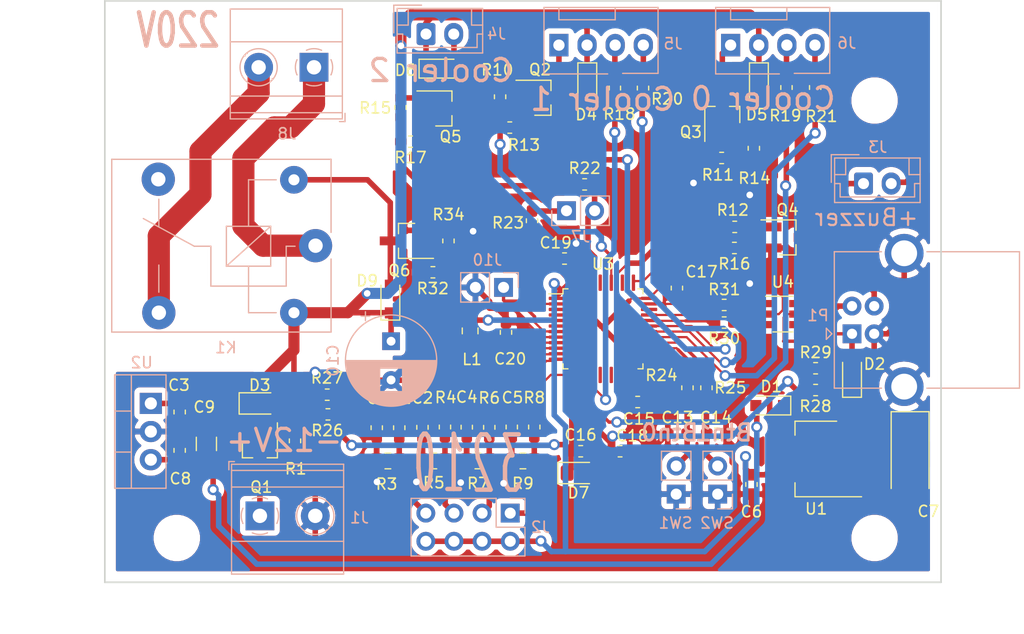
<source format=kicad_pcb>
(kicad_pcb (version 20171130) (host pcbnew 5.1.6)
  (layers (0 F.Cu signal) (31 B.Cu signal) (34 B.Paste user) (35 F.Paste user) (36 B.SilkS user) (37 F.SilkS user) (38 B.Mask user) (39 F.Mask user) (44 Edge.Cuts user))
  (net 0 "")
  (net 1 GND)
  (net 2 +3V3)
  (net 3 +5V)
  (net 4 /NRST)
  (net 5 /BOOT0)
  (net 6 /5Vusb)
  (net 7 /AIN0)
  (net 8 /AIN1)
  (net 9 "Net-(J1-Pad1)")
  (net 10 "Net-(J7-Pad1)")
  (net 11 "Net-(J8-Pad1)")
  (net 12 "Net-(J8-Pad2)")
  (net 13 /5Vin)
  (net 14 /ADC0)
  (net 15 /ADC1)
  (net 16 +12V)
  (net 17 /ADC2)
  (net 18 /ADC3)
  (net 19 "Net-(C13-Pad1)")
  (net 20 "Net-(C14-Pad1)")
  (net 21 "Net-(C20-Pad1)")
  (net 22 "Net-(D3-Pad2)")
  (net 23 "Net-(J3-Pad1)")
  (net 24 "Net-(J5-Pad4)")
  (net 25 "Net-(J5-Pad3)")
  (net 26 "Net-(J6-Pad3)")
  (net 27 "Net-(J6-Pad4)")
  (net 28 "Net-(P1-Pad2)")
  (net 29 "Net-(P1-Pad3)")
  (net 30 "Net-(Q2-Pad1)")
  (net 31 "Net-(Q3-Pad1)")
  (net 32 "Net-(Q4-Pad1)")
  (net 33 "Net-(Q5-Pad1)")
  (net 34 "Net-(Q6-Pad1)")
  (net 35 /Cooler1)
  (net 36 /Cooler0)
  (net 37 /Buzzer)
  (net 38 /TIM1_CH3)
  (net 39 /TIM14_CH1)
  (net 40 /TIM3_CH1)
  (net 41 /TIM1_CH2)
  (net 42 /TIM1_CH1)
  (net 43 "Net-(R30-Pad1)")
  (net 44 "Net-(R30-Pad2)")
  (net 45 "Net-(R31-Pad2)")
  (net 46 "Net-(R31-Pad1)")
  (net 47 "Net-(J2-Pad1)")
  (net 48 "Net-(J2-Pad3)")
  (net 49 "Net-(J2-Pad5)")
  (net 50 "Net-(J2-Pad7)")
  (net 51 /Btn0)
  (net 52 /Btn1)
  (net 53 "Net-(D4-Pad2)")
  (net 54 "Net-(D5-Pad2)")
  (net 55 "Net-(D6-Pad2)")
  (net 56 /Relay)
  (net 57 "Net-(D9-Pad2)")
  (module Connector:FanPinHeader_1x04_P2.54mm_Vertical (layer B.Cu) (at 94.5 56)
    (fp_text reference J6 (at 10.4925 -0.19) (layer B.SilkS) (effects (justify mirror)))
    (fp_text value FAN)
    (pad 1 thru_hole rect (at 0 0 270) (size 2.03 1.73) (drill 1.02) (layers *.Cu *.Mask) (net 54 "Net-(D5-Pad2)"))
    (pad 2 thru_hole oval (at 2.54 0 270) (size 2.03 1.73) (drill 1.02) (layers *.Cu *.Mask) (net 16 +12V))
    (pad 3 thru_hole oval (at 5.08 0 270) (size 2.03 1.73) (drill 1.02) (layers *.Cu *.Mask) (net 26 "Net-(J6-Pad3)"))
    (pad 4 thru_hole oval (at 7.62 0 270) (size 2.03 1.73) (drill 1.02) (layers *.Cu *.Mask) (net 27 "Net-(J6-Pad4)"))
  )
  (module Connector:FanPinHeader_1x04_P2.54mm_Vertical (layer B.Cu) (at 79 56)
    (fp_text reference J5 (at 10.308 -0.1265) (layer B.SilkS) (effects (justify mirror)))
    (fp_text value FAN)
    (pad 4 thru_hole oval (at 7.62 0 270) (size 2.03 1.73) (drill 1.02) (layers *.Cu *.Mask) (net 24 "Net-(J5-Pad4)"))
    (pad 3 thru_hole oval (at 5.08 0 270) (size 2.03 1.73) (drill 1.02) (layers *.Cu *.Mask) (net 25 "Net-(J5-Pad3)"))
    (pad 2 thru_hole oval (at 2.54 0 270) (size 2.03 1.73) (drill 1.02) (layers *.Cu *.Mask) (net 16 +12V))
    (pad 1 thru_hole rect (at 0 0 270) (size 2.03 1.73) (drill 1.02) (layers *.Cu *.Mask) (net 53 "Net-(D4-Pad2)"))
  )
  (module Capacitor_SMD:C_0603_1608Metric_Pad1.05x0.95mm_HandSolder (layer F.Cu) (at 62.55 90.544 90)
    (fp_text reference C1 (at 2.653 0.0635 180) (layer F.SilkS))
    (fp_text value 0.1)
    (pad 2 smd roundrect (at 0.875 0 90) (size 1.05 0.95) (layers F.Cu F.Paste F.Mask) (net 14 /ADC0))
    (pad 1 smd roundrect (at -0.875 0 90) (size 1.05 0.95) (layers F.Cu F.Paste F.Mask) (net 1 GND))
  )
  (module Capacitor_SMD:C_0603_1608Metric_Pad1.05x0.95mm_HandSolder (layer F.Cu) (at 66.6775 90.5085 90)
    (fp_text reference C2 (at 2.653 0 180) (layer F.SilkS))
    (fp_text value 0.1)
    (pad 1 smd roundrect (at -0.875 0 90) (size 1.05 0.95) (layers F.Cu F.Paste F.Mask) (net 1 GND))
    (pad 2 smd roundrect (at 0.875 0 90) (size 1.05 0.95) (layers F.Cu F.Paste F.Mask) (net 15 /ADC1))
  )
  (module Capacitor_SMD:C_0603_1608Metric_Pad1.05x0.95mm_HandSolder (layer F.Cu) (at 44.757 89.1255 270)
    (fp_text reference C3 (at -2.427 0.0635 180) (layer F.SilkS))
    (fp_text value 0.1)
    (pad 2 smd roundrect (at 0.875 0 270) (size 1.05 0.95) (layers F.Cu F.Paste F.Mask) (net 1 GND))
    (pad 1 smd roundrect (at -0.875 0 270) (size 1.05 0.95) (layers F.Cu F.Paste F.Mask) (net 16 +12V))
  )
  (module Capacitor_SMD:C_0603_1608Metric_Pad1.05x0.95mm_HandSolder (layer F.Cu) (at 70.678 90.4945 90)
    (fp_text reference C4 (at 2.7165 0 180) (layer F.SilkS))
    (fp_text value 0.1)
    (pad 2 smd roundrect (at 0.875 0 90) (size 1.05 0.95) (layers F.Cu F.Paste F.Mask) (net 17 /ADC2))
    (pad 1 smd roundrect (at -0.875 0 90) (size 1.05 0.95) (layers F.Cu F.Paste F.Mask) (net 1 GND))
  )
  (module Capacitor_SMD:C_0603_1608Metric_Pad1.05x0.95mm_HandSolder (layer F.Cu) (at 74.742 90.4805 90)
    (fp_text reference C5 (at 2.653 0.0635 180) (layer F.SilkS))
    (fp_text value 0.1)
    (pad 1 smd roundrect (at -0.875 0 90) (size 1.05 0.95) (layers F.Cu F.Paste F.Mask) (net 1 GND))
    (pad 2 smd roundrect (at 0.875 0 90) (size 1.05 0.95) (layers F.Cu F.Paste F.Mask) (net 18 /ADC3))
  )
  (module Capacitor_SMD:C_0603_1608Metric_Pad1.05x0.95mm_HandSolder (layer F.Cu) (at 96.3825 95.666 270)
    (fp_text reference C6 (at 2.4625 0 180) (layer F.SilkS))
    (fp_text value 0.1)
    (pad 2 smd roundrect (at 0.875 0 270) (size 1.05 0.95) (layers F.Cu F.Paste F.Mask) (net 1 GND))
    (pad 1 smd roundrect (at -0.875 0 270) (size 1.05 0.95) (layers F.Cu F.Paste F.Mask) (net 2 +3V3))
  )
  (module Capacitor_Tantalum_SMD:CP_EIA-6032-28_Kemet-C_Pad2.25x2.35mm_HandSolder (layer F.Cu) (at 110.7075 93.031 270)
    (fp_text reference C7 (at 5.0605 -1.6475 180) (layer F.SilkS))
    (fp_text value "47uF, 10V")
    (pad 1 smd roundrect (at -2.55 0 270) (size 2.25 2.35) (layers F.Cu F.Paste F.Mask) (roundrect_rratio 0.111111) (net 2 +3V3))
    (pad 2 smd roundrect (at 2.55 0 270) (size 2.25 2.35) (layers F.Cu F.Paste F.Mask) (roundrect_rratio 0.111111) (net 1 GND))
  )
  (module Capacitor_SMD:C_0603_1608Metric_Pad1.05x0.95mm_HandSolder (layer F.Cu) (at 44.757 92.59 90)
    (fp_text reference C8 (at -2.554 0.0635 180) (layer F.SilkS))
    (fp_text value 0.1)
    (pad 2 smd roundrect (at 0.875 0 90) (size 1.05 0.95) (layers F.Cu F.Paste F.Mask) (net 1 GND))
    (pad 1 smd roundrect (at -0.875 0 90) (size 1.05 0.95) (layers F.Cu F.Paste F.Mask) (net 13 /5Vin))
  )
  (module Capacitor_SMD:C_1206_3216Metric_Pad1.42x1.75mm_HandSolder (layer F.Cu) (at 47.17 92.0055 90)
    (fp_text reference C9 (at 3.329 -0.1905 180) (layer F.SilkS))
    (fp_text value "10uF, 10V")
    (pad 1 smd roundrect (at -1.4875 0 90) (size 1.425 1.75) (layers F.Cu F.Paste F.Mask) (roundrect_rratio 0.175439) (net 13 /5Vin))
    (pad 2 smd roundrect (at 1.4875 0 90) (size 1.425 1.75) (layers F.Cu F.Paste F.Mask) (roundrect_rratio 0.175439) (net 1 GND))
  )
  (module Capacitor_SMD:C_0603_1608Metric_Pad1.05x0.95mm_HandSolder (layer F.Cu) (at 89.701 91.08 180)
    (fp_text reference C13 (at 0 1.4605) (layer F.SilkS))
    (fp_text value 0.1)
    (pad 2 smd roundrect (at 0.875 0 180) (size 1.05 0.95) (layers F.Cu F.Paste F.Mask) (net 1 GND))
    (pad 1 smd roundrect (at -0.875 0 180) (size 1.05 0.95) (layers F.Cu F.Paste F.Mask) (net 19 "Net-(C13-Pad1)"))
  )
  (module Capacitor_SMD:C_0603_1608Metric_Pad1.05x0.95mm_HandSolder (layer F.Cu) (at 93.2215 91.08)
    (fp_text reference C14 (at -0.0495 -1.4605) (layer F.SilkS))
    (fp_text value 0.1)
    (pad 1 smd roundrect (at -0.875 0) (size 1.05 0.95) (layers F.Cu F.Paste F.Mask) (net 20 "Net-(C14-Pad1)"))
    (pad 2 smd roundrect (at 0.875 0) (size 1.05 0.95) (layers F.Cu F.Paste F.Mask) (net 1 GND))
  )
  (module Capacitor_SMD:C_0603_1608Metric_Pad1.05x0.95mm_HandSolder (layer F.Cu) (at 86.1095 88.2225)
    (fp_text reference C15 (at 0.113 1.524) (layer F.SilkS))
    (fp_text value 0.1)
    (pad 1 smd roundrect (at -0.875 0) (size 1.05 0.95) (layers F.Cu F.Paste F.Mask) (net 1 GND))
    (pad 2 smd roundrect (at 0.875 0) (size 1.05 0.95) (layers F.Cu F.Paste F.Mask) (net 2 +3V3))
  )
  (module Capacitor_SMD:C_0603_1608Metric_Pad1.05x0.95mm_HandSolder (layer F.Cu) (at 80.966 92.6675)
    (fp_text reference C16 (at -0.014 -1.477) (layer F.SilkS))
    (fp_text value 0.1)
    (pad 1 smd roundrect (at -0.875 0) (size 1.05 0.95) (layers F.Cu F.Paste F.Mask) (net 7 /AIN0))
    (pad 2 smd roundrect (at 0.875 0) (size 1.05 0.95) (layers F.Cu F.Paste F.Mask) (net 1 GND))
  )
  (module Capacitor_SMD:C_0603_1608Metric_Pad1.05x0.95mm_HandSolder (layer F.Cu) (at 89.6515 77.9355 90)
    (fp_text reference C17 (at 1.4745 2.2225 180) (layer F.SilkS))
    (fp_text value 0.1)
    (pad 1 smd roundrect (at -0.875 0 90) (size 1.05 0.95) (layers F.Cu F.Paste F.Mask) (net 1 GND))
    (pad 2 smd roundrect (at 0.875 0 90) (size 1.05 0.95) (layers F.Cu F.Paste F.Mask) (net 2 +3V3))
  )
  (module Capacitor_SMD:C_0603_1608Metric_Pad1.05x0.95mm_HandSolder (layer F.Cu) (at 84.522 92.6675)
    (fp_text reference C18 (at 1.103 -1.397) (layer F.SilkS))
    (fp_text value 0.1)
    (pad 1 smd roundrect (at -0.875 0) (size 1.05 0.95) (layers F.Cu F.Paste F.Mask) (net 8 /AIN1))
    (pad 2 smd roundrect (at 0.875 0) (size 1.05 0.95) (layers F.Cu F.Paste F.Mask) (net 1 GND))
  )
  (module Capacitor_SMD:C_0603_1608Metric_Pad1.05x0.95mm_HandSolder (layer F.Cu) (at 79.5055 75.2685 180)
    (fp_text reference C19 (at 0.802 1.4245) (layer F.SilkS))
    (fp_text value 0.1)
    (pad 2 smd roundrect (at 0.875 0 180) (size 1.05 0.95) (layers F.Cu F.Paste F.Mask) (net 2 +3V3))
    (pad 1 smd roundrect (at -0.875 0 180) (size 1.05 0.95) (layers F.Cu F.Paste F.Mask) (net 1 GND))
  )
  (module Capacitor_SMD:C_0603_1608Metric_Pad1.05x0.95mm_HandSolder (layer F.Cu) (at 74.221 81.936 90)
    (fp_text reference C20 (at -2.3876 0.381 180) (layer F.SilkS))
    (fp_text value 0.1)
    (pad 1 smd roundrect (at -0.875 0 90) (size 1.05 0.95) (layers F.Cu F.Paste F.Mask) (net 21 "Net-(C20-Pad1)"))
    (pad 2 smd roundrect (at 0.875 0 90) (size 1.05 0.95) (layers F.Cu F.Paste F.Mask) (net 1 GND))
  )
  (module Diode_SMD:D_SOD-323_HandSoldering (layer F.Cu) (at 98.03064 88.54 180)
    (fp_text reference D1 (at -0.14192 1.71196) (layer F.SilkS))
    (fp_text value 1N5819)
    (pad 1 smd rect (at -1.25 0 180) (size 1 1) (layers F.Cu F.Paste F.Mask) (net 3 +5V))
    (pad 2 smd rect (at 1.25 0 180) (size 1 1) (layers F.Cu F.Paste F.Mask) (net 13 /5Vin))
  )
  (module Diode_SMD:D_SOD-323_HandSoldering (layer F.Cu) (at 105.463 85.893 90)
    (fp_text reference D2 (at 1.0995 2.032 180) (layer F.SilkS))
    (fp_text value 1N5819)
    (pad 1 smd rect (at -1.25 0 90) (size 1 1) (layers F.Cu F.Paste F.Mask) (net 3 +5V))
    (pad 2 smd rect (at 1.25 0 90) (size 1 1) (layers F.Cu F.Paste F.Mask) (net 6 /5Vusb))
  )
  (module Diode_SMD:D_0805_2012Metric_Pad1.15x1.40mm_HandSolder (layer F.Cu) (at 51.987 88.3495)
    (fp_text reference D3 (at 0 -1.65) (layer F.SilkS))
    (fp_text value MM3Z7V5)
    (pad 1 smd roundrect (at -1.025 0) (size 1.15 1.4) (layers F.Cu F.Paste F.Mask) (roundrect_rratio 0.217391) (net 16 +12V))
    (pad 2 smd roundrect (at 1.025 0) (size 1.15 1.4) (layers F.Cu F.Paste F.Mask) (roundrect_rratio 0.217391) (net 22 "Net-(D3-Pad2)"))
  )
  (module Diode_SMD:D_SOD-323_HandSoldering (layer F.Cu) (at 81.5616 59.5024 270)
    (fp_text reference D4 (at 2.774 0.1016 180) (layer F.SilkS))
    (fp_text value 1N5819)
    (pad 1 smd rect (at -1.25 0 270) (size 1 1) (layers F.Cu F.Paste F.Mask) (net 16 +12V))
    (pad 2 smd rect (at 1.25 0 270) (size 1 1) (layers F.Cu F.Paste F.Mask) (net 53 "Net-(D4-Pad2)"))
  )
  (module Diode_SMD:D_SOD-323_HandSoldering (layer F.Cu) (at 97.0556 59.5024 270)
    (fp_text reference D5 (at 2.774 0.2032 180) (layer F.SilkS))
    (fp_text value 1N5819)
    (pad 2 smd rect (at 1.25 0 270) (size 1 1) (layers F.Cu F.Paste F.Mask) (net 54 "Net-(D5-Pad2)"))
    (pad 1 smd rect (at -1.25 0 270) (size 1 1) (layers F.Cu F.Paste F.Mask) (net 16 +12V))
  )
  (module Diode_SMD:D_SOD-323_HandSoldering (layer F.Cu) (at 68.272 58.1235)
    (fp_text reference D6 (at -3.1188 0.1397) (layer F.SilkS))
    (fp_text value 1N5819)
    (pad 2 smd rect (at 1.25 0) (size 1 1) (layers F.Cu F.Paste F.Mask) (net 55 "Net-(D6-Pad2)"))
    (pad 1 smd rect (at -1.25 0) (size 1 1) (layers F.Cu F.Paste F.Mask) (net 16 +12V))
  )
  (module Diode_SMD:D_0805_2012Metric_Pad1.15x1.40mm_HandSolder (layer F.Cu) (at 80.7615 94.636)
    (fp_text reference D7 (at 0 1.778) (layer F.SilkS))
    (fp_text value MM3Z4V3)
    (pad 2 smd roundrect (at 1.025 0) (size 1.15 1.4) (layers F.Cu F.Paste F.Mask) (roundrect_rratio 0.217391) (net 1 GND))
    (pad 1 smd roundrect (at -1.025 0) (size 1.15 1.4) (layers F.Cu F.Paste F.Mask) (roundrect_rratio 0.217391) (net 7 /AIN0))
  )
  (module Diode_SMD:D_SOD-323_HandSoldering (layer F.Cu) (at 63.781 78.924 90)
    (fp_text reference D9 (at 1.651 -2.0955 180) (layer F.SilkS))
    (fp_text value 1N5819)
    (pad 1 smd rect (at -1.25 0 90) (size 1 1) (layers F.Cu F.Paste F.Mask) (net 16 +12V))
    (pad 2 smd rect (at 1.25 0 90) (size 1 1) (layers F.Cu F.Paste F.Mask) (net 57 "Net-(D9-Pad2)"))
  )
  (module TerminalBlock_Phoenix:TerminalBlock_Phoenix_MKDS-1,5-2_1x02_P5.00mm_Horizontal (layer B.Cu) (at 52 98.5)
    (fp_text reference J1 (at 8.987 0.1725) (layer B.SilkS) (effects (justify mirror)))
    (fp_text value 12VIN)
    (pad 1 thru_hole rect (at 0 0) (size 2.6 2.6) (drill 1.3) (layers *.Cu *.Mask) (net 9 "Net-(J1-Pad1)"))
    (pad 2 thru_hole circle (at 5 0) (size 2.6 2.6) (drill 1.3) (layers *.Cu *.Mask) (net 1 GND))
  )
  (module Connector_PinSocket_2.54mm:PinSocket_2x04_P2.54mm_Vertical (layer B.Cu) (at 74.602 98.2555 90)
    (fp_text reference J2 (at -1.27 2.7305 180) (layer B.SilkS) (effects (justify mirror)))
    (fp_text value thermal)
    (pad 1 thru_hole rect (at 0 0 90) (size 1.7 1.7) (drill 1) (layers *.Cu *.Mask) (net 47 "Net-(J2-Pad1)"))
    (pad 2 thru_hole oval (at -2.54 0 90) (size 1.7 1.7) (drill 1) (layers *.Cu *.Mask) (net 2 +3V3))
    (pad 3 thru_hole oval (at 0 -2.54 90) (size 1.7 1.7) (drill 1) (layers *.Cu *.Mask) (net 48 "Net-(J2-Pad3)"))
    (pad 4 thru_hole oval (at -2.54 -2.54 90) (size 1.7 1.7) (drill 1) (layers *.Cu *.Mask) (net 2 +3V3))
    (pad 5 thru_hole oval (at 0 -5.08 90) (size 1.7 1.7) (drill 1) (layers *.Cu *.Mask) (net 49 "Net-(J2-Pad5)"))
    (pad 6 thru_hole oval (at -2.54 -5.08 90) (size 1.7 1.7) (drill 1) (layers *.Cu *.Mask) (net 2 +3V3))
    (pad 7 thru_hole oval (at 0 -7.62 90) (size 1.7 1.7) (drill 1) (layers *.Cu *.Mask) (net 50 "Net-(J2-Pad7)"))
    (pad 8 thru_hole oval (at -2.54 -7.62 90) (size 1.7 1.7) (drill 1) (layers *.Cu *.Mask) (net 2 +3V3))
  )
  (module Connector_JST:JST_EH_B2B-EH-A_1x02_P2.50mm_Vertical (layer B.Cu) (at 106.5 68.5)
    (fp_text reference J3 (at 1.2865 -3.292) (layer B.SilkS) (effects (justify mirror)))
    (fp_text value Buzzer)
    (pad 2 thru_hole oval (at 2.5 0) (size 1.7 2) (drill 1) (layers *.Cu *.Mask) (net 16 +12V))
    (pad 1 thru_hole roundrect (at 0 0) (size 1.7 2) (drill 1) (layers *.Cu *.Mask) (roundrect_rratio 0.147059) (net 23 "Net-(J3-Pad1)"))
  )
  (module Connector_JST:JST_EH_B2B-EH-A_1x02_P2.50mm_Vertical (layer B.Cu) (at 67 55)
    (fp_text reference J4 (at 6.3695 -0.0155) (layer B.SilkS) (effects (justify mirror)))
    (fp_text value cooler3)
    (pad 1 thru_hole roundrect (at 0 0) (size 1.7 2) (drill 1) (layers *.Cu *.Mask) (roundrect_rratio 0.147059) (net 16 +12V))
    (pad 2 thru_hole oval (at 2.5 0) (size 1.7 2) (drill 1) (layers *.Cu *.Mask) (net 55 "Net-(D6-Pad2)"))
  )
  (module TerminalBlock_Phoenix:TerminalBlock_Phoenix_MKDS-1,5-2_1x02_P5.00mm_Horizontal (layer B.Cu) (at 56.8855 58 180)
    (fp_text reference J8 (at 2.439 -6.0015) (layer B.SilkS) (effects (justify mirror)))
    (fp_text value MKDS)
    (pad 1 thru_hole rect (at 0 0 180) (size 2.6 2.6) (drill 1.3) (layers *.Cu *.Mask) (net 11 "Net-(J8-Pad1)"))
    (pad 2 thru_hole circle (at 5 0 180) (size 2.6 2.6) (drill 1.3) (layers *.Cu *.Mask) (net 12 "Net-(J8-Pad2)"))
  )
  (module Relay_THT:Relay_SPDT_SANYOU_SRD_Series_Form_C (layer B.Cu) (at 57.0252 74.10772 180)
    (fp_text reference K1 (at 8.1 -9.2) (layer B.SilkS) (effects (justify mirror)))
    (fp_text value SRD-12VDC)
    (pad 1 thru_hole circle (at 0 0 90) (size 3 3) (drill 1.3) (layers *.Cu *.Mask) (net 11 "Net-(J8-Pad1)"))
    (pad 5 thru_hole circle (at 1.95 5.95 90) (size 2.5 2.5) (drill 1) (layers *.Cu *.Mask) (net 57 "Net-(D9-Pad2)"))
    (pad 4 thru_hole circle (at 14.2 6 90) (size 3 3) (drill 1.3) (layers *.Cu *.Mask))
    (pad 3 thru_hole circle (at 14.15 -6.05 90) (size 3 3) (drill 1.3) (layers *.Cu *.Mask) (net 12 "Net-(J8-Pad2)"))
    (pad 2 thru_hole circle (at 1.95 -6.05 90) (size 2.5 2.5) (drill 1) (layers *.Cu *.Mask) (net 16 +12V))
  )
  (module Inductor_SMD:L_0805_2012Metric_Pad1.15x1.40mm_HandSolder (layer F.Cu) (at 70.9825 81.8 270)
    (fp_text reference L1 (at 2.5744 -0.1651 180) (layer F.SilkS))
    (fp_text value "BMBA 0.1mH")
    (pad 1 smd roundrect (at -1.025 0 270) (size 1.15 1.4) (layers F.Cu F.Paste F.Mask) (roundrect_rratio 0.217391) (net 2 +3V3))
    (pad 2 smd roundrect (at 1.025 0 270) (size 1.15 1.4) (layers F.Cu F.Paste F.Mask) (roundrect_rratio 0.217391) (net 21 "Net-(C20-Pad1)"))
  )
  (module Connector_USB:USB_B_OST_USB-B1HSxx_Horizontal (layer B.Cu) (at 105.463 82.063)
    (fp_text reference P1 (at -3.0734 -1.651) (layer B.SilkS) (effects (justify mirror)))
    (fp_text value USB_A)
    (pad 1 thru_hole rect (at 0 0) (size 1.7 1.7) (drill 0.92) (layers *.Cu *.Mask) (net 6 /5Vusb))
    (pad 2 thru_hole circle (at 0 -2.5) (size 1.7 1.7) (drill 0.92) (layers *.Cu *.Mask) (net 28 "Net-(P1-Pad2)"))
    (pad 3 thru_hole circle (at 2 -2.5) (size 1.7 1.7) (drill 0.92) (layers *.Cu *.Mask) (net 29 "Net-(P1-Pad3)"))
    (pad 4 thru_hole circle (at 2 0) (size 1.7 1.7) (drill 0.92) (layers *.Cu *.Mask) (net 1 GND))
    (pad 5 thru_hole circle (at 4.71 4.77) (size 3.5 3.5) (drill 2.33) (layers *.Cu *.Mask) (net 1 GND))
    (pad 5 thru_hole circle (at 4.71 -7.27) (size 3.5 3.5) (drill 2.33) (layers *.Cu *.Mask) (net 1 GND))
  )
  (module MountingHole:MountingHole_3.2mm_M3 (layer F.Cu) (at 44.5 100.5)
    (fp_text reference P2 hide)
    (fp_text value Hole)
    (pad 1 np_thru_hole circle (at 0 0) (size 3.2 3.2) (drill 3.2) (layers *.Cu *.Mask))
  )
  (module MountingHole:MountingHole_3.2mm_M3 (layer F.Cu) (at 107.5 61)
    (fp_text reference P3 hide)
    (fp_text value Hole)
    (pad 1 np_thru_hole circle (at 0 0) (size 3.2 3.2) (drill 3.2) (layers *.Cu *.Mask))
  )
  (module MountingHole:MountingHole_3.2mm_M3 (layer F.Cu) (at 44.5 61)
    (fp_text reference P4 hide)
    (fp_text value Hole)
    (pad 1 np_thru_hole circle (at 0 0) (size 3.2 3.2) (drill 3.2) (layers *.Cu *.Mask))
  )
  (module MountingHole:MountingHole_3.2mm_M3 (layer F.Cu) (at 107.5 100.5)
    (fp_text reference P5 hide)
    (fp_text value Hole)
    (pad 1 np_thru_hole circle (at 0 0) (size 3.2 3.2) (drill 3.2) (layers *.Cu *.Mask))
  )
  (module Package_TO_SOT_SMD:SOT-23_Handsoldering (layer F.Cu) (at 52 92.5 270)
    (fp_text reference Q1 (at 3.406 -0.123 180) (layer F.SilkS))
    (fp_text value AO3401)
    (pad 1 smd rect (at -1.5 -0.95 270) (size 1.9 0.8) (layers F.Cu F.Paste F.Mask) (net 22 "Net-(D3-Pad2)"))
    (pad 2 smd rect (at -1.5 0.95 270) (size 1.9 0.8) (layers F.Cu F.Paste F.Mask) (net 16 +12V))
    (pad 3 smd rect (at 1.5 0 270) (size 1.9 0.8) (layers F.Cu F.Paste F.Mask) (net 9 "Net-(J1-Pad1)"))
  )
  (module Package_TO_SOT_SMD:SOT-23_Handsoldering (layer F.Cu) (at 77.5216 60.7524)
    (fp_text reference Q2 (at -0.2272 -2.54) (layer F.SilkS))
    (fp_text value IRLML2502)
    (pad 3 smd rect (at 1.5 0) (size 1.9 0.8) (layers F.Cu F.Paste F.Mask) (net 53 "Net-(D4-Pad2)"))
    (pad 2 smd rect (at -1.5 0.95) (size 1.9 0.8) (layers F.Cu F.Paste F.Mask) (net 1 GND))
    (pad 1 smd rect (at -1.5 -0.95) (size 1.9 0.8) (layers F.Cu F.Paste F.Mask) (net 30 "Net-(Q2-Pad1)"))
  )
  (module Package_TO_SOT_SMD:SOT-23_Handsoldering (layer F.Cu) (at 93.7522 62.29324 90)
    (fp_text reference Q3 (at -1.55796 -2.8434 180) (layer F.SilkS))
    (fp_text value IRLML2502)
    (pad 1 smd rect (at -1.5 -0.95 90) (size 1.9 0.8) (layers F.Cu F.Paste F.Mask) (net 31 "Net-(Q3-Pad1)"))
    (pad 2 smd rect (at -1.5 0.95 90) (size 1.9 0.8) (layers F.Cu F.Paste F.Mask) (net 1 GND))
    (pad 3 smd rect (at 1.5 0 90) (size 1.9 0.8) (layers F.Cu F.Paste F.Mask) (net 54 "Net-(D5-Pad2)"))
  )
  (module Package_TO_SOT_SMD:SOT-23_Handsoldering (layer F.Cu) (at 99.645 73.3635)
    (fp_text reference Q4 (at 0 -2.5) (layer F.SilkS))
    (fp_text value IRLML2502)
    (pad 3 smd rect (at 1.5 0) (size 1.9 0.8) (layers F.Cu F.Paste F.Mask) (net 23 "Net-(J3-Pad1)"))
    (pad 2 smd rect (at -1.5 0.95) (size 1.9 0.8) (layers F.Cu F.Paste F.Mask) (net 1 GND))
    (pad 1 smd rect (at -1.5 -0.95) (size 1.9 0.8) (layers F.Cu F.Paste F.Mask) (net 32 "Net-(Q4-Pad1)"))
  )
  (module Package_TO_SOT_SMD:SOT-23_Handsoldering (layer F.Cu) (at 68.5808 61.7176)
    (fp_text reference Q5 (at 0.6364 2.54) (layer F.SilkS))
    (fp_text value IRLML2502)
    (pad 1 smd rect (at -1.5 -0.95) (size 1.9 0.8) (layers F.Cu F.Paste F.Mask) (net 33 "Net-(Q5-Pad1)"))
    (pad 2 smd rect (at -1.5 0.95) (size 1.9 0.8) (layers F.Cu F.Paste F.Mask) (net 1 GND))
    (pad 3 smd rect (at 1.5 0) (size 1.9 0.8) (layers F.Cu F.Paste F.Mask) (net 55 "Net-(D6-Pad2)"))
  )
  (module Package_TO_SOT_SMD:SOT-23_Handsoldering (layer F.Cu) (at 65.27284 73.67428 180)
    (fp_text reference Q6 (at 0.67704 -2.67208) (layer F.SilkS))
    (fp_text value IRLML2502)
    (pad 1 smd rect (at -1.5 -0.95 180) (size 1.9 0.8) (layers F.Cu F.Paste F.Mask) (net 34 "Net-(Q6-Pad1)"))
    (pad 2 smd rect (at -1.5 0.95 180) (size 1.9 0.8) (layers F.Cu F.Paste F.Mask) (net 1 GND))
    (pad 3 smd rect (at 1.5 0 180) (size 1.9 0.8) (layers F.Cu F.Paste F.Mask) (net 57 "Net-(D9-Pad2)"))
  )
  (module Resistor_SMD:R_0603_1608Metric_Pad1.05x0.95mm_HandSolder (layer F.Cu) (at 55.171 91.729 270)
    (fp_text reference R1 (at 2.526 -0.0635 180) (layer F.SilkS))
    (fp_text value 10k)
    (pad 1 smd roundrect (at -0.875 0 270) (size 1.05 0.95) (layers F.Cu F.Paste F.Mask) (net 22 "Net-(D3-Pad2)"))
    (pad 2 smd roundrect (at 0.875 0 270) (size 1.05 0.95) (layers F.Cu F.Paste F.Mask) (net 1 GND))
  )
  (module Resistor_SMD:R_0603_1608Metric_Pad1.05x0.95mm_HandSolder (layer F.Cu) (at 64.582 90.544 90)
    (fp_text reference R2 (at 2.667 0.127 180) (layer F.SilkS))
    (fp_text value 10k)
    (pad 2 smd roundrect (at 0.875 0 90) (size 1.05 0.95) (layers F.Cu F.Paste F.Mask) (net 14 /ADC0))
    (pad 1 smd roundrect (at -0.875 0 90) (size 1.05 0.95) (layers F.Cu F.Paste F.Mask) (net 50 "Net-(J2-Pad7)"))
  )
  (module Resistor_SMD:R_0805_2012Metric_Pad1.15x1.40mm_HandSolder (layer F.Cu) (at 63.557 93.5425)
    (fp_text reference R3 (at -0.118 2.0955) (layer F.SilkS))
    (fp_text value "4k7, 1%")
    (pad 1 smd roundrect (at -1.025 0) (size 1.15 1.4) (layers F.Cu F.Paste F.Mask) (roundrect_rratio 0.217391) (net 1 GND))
    (pad 2 smd roundrect (at 1.025 0) (size 1.15 1.4) (layers F.Cu F.Paste F.Mask) (roundrect_rratio 0.217391) (net 50 "Net-(J2-Pad7)"))
  )
  (module Resistor_SMD:R_0603_1608Metric_Pad1.05x0.95mm_HandSolder (layer F.Cu) (at 68.7095 90.4805 90)
    (fp_text reference R4 (at 2.667 0.0635 180) (layer F.SilkS))
    (fp_text value 10k)
    (pad 1 smd roundrect (at -0.875 0 90) (size 1.05 0.95) (layers F.Cu F.Paste F.Mask) (net 49 "Net-(J2-Pad5)"))
    (pad 2 smd roundrect (at 0.875 0 90) (size 1.05 0.95) (layers F.Cu F.Paste F.Mask) (net 15 /ADC1))
  )
  (module Resistor_SMD:R_0805_2012Metric_Pad1.15x1.40mm_HandSolder (layer F.Cu) (at 67.7025 93.5425)
    (fp_text reference R5 (at 0 1.9685) (layer F.SilkS))
    (fp_text value "4k7, 1%")
    (pad 2 smd roundrect (at 1.025 0) (size 1.15 1.4) (layers F.Cu F.Paste F.Mask) (roundrect_rratio 0.217391) (net 49 "Net-(J2-Pad5)"))
    (pad 1 smd roundrect (at -1.025 0) (size 1.15 1.4) (layers F.Cu F.Paste F.Mask) (roundrect_rratio 0.217391) (net 1 GND))
  )
  (module Resistor_SMD:R_0603_1608Metric_Pad1.05x0.95mm_HandSolder (layer F.Cu) (at 72.71 90.5085 90)
    (fp_text reference R6 (at 2.653 0 180) (layer F.SilkS))
    (fp_text value 10k)
    (pad 1 smd roundrect (at -0.875 0 90) (size 1.05 0.95) (layers F.Cu F.Paste F.Mask) (net 48 "Net-(J2-Pad3)"))
    (pad 2 smd roundrect (at 0.875 0 90) (size 1.05 0.95) (layers F.Cu F.Paste F.Mask) (net 17 /ADC2))
  )
  (module Resistor_SMD:R_0805_2012Metric_Pad1.15x1.40mm_HandSolder (layer F.Cu) (at 71.685 93.5425)
    (fp_text reference R7 (at 0 2.032) (layer F.SilkS))
    (fp_text value "4k7, 1%")
    (pad 1 smd roundrect (at -1.025 0) (size 1.15 1.4) (layers F.Cu F.Paste F.Mask) (roundrect_rratio 0.217391) (net 1 GND))
    (pad 2 smd roundrect (at 1.025 0) (size 1.15 1.4) (layers F.Cu F.Paste F.Mask) (roundrect_rratio 0.217391) (net 48 "Net-(J2-Pad3)"))
  )
  (module Resistor_SMD:R_0603_1608Metric_Pad1.05x0.95mm_HandSolder (layer F.Cu) (at 76.774 90.4805 90)
    (fp_text reference R8 (at 2.653 0 180) (layer F.SilkS))
    (fp_text value 10k)
    (pad 1 smd roundrect (at -0.875 0 90) (size 1.05 0.95) (layers F.Cu F.Paste F.Mask) (net 47 "Net-(J2-Pad1)"))
    (pad 2 smd roundrect (at 0.875 0 90) (size 1.05 0.95) (layers F.Cu F.Paste F.Mask) (net 18 /ADC3))
  )
  (module Resistor_SMD:R_0805_2012Metric_Pad1.15x1.40mm_HandSolder (layer F.Cu) (at 75.749 93.5425)
    (fp_text reference R9 (at 0 2.032) (layer F.SilkS))
    (fp_text value "4k7, 1%")
    (pad 1 smd roundrect (at -1.025 0) (size 1.15 1.4) (layers F.Cu F.Paste F.Mask) (roundrect_rratio 0.217391) (net 1 GND))
    (pad 2 smd roundrect (at 1.025 0) (size 1.15 1.4) (layers F.Cu F.Paste F.Mask) (roundrect_rratio 0.217391) (net 47 "Net-(J2-Pad1)"))
  )
  (module Resistor_SMD:R_0603_1608Metric_Pad1.05x0.95mm_HandSolder (layer F.Cu) (at 73.6876 60.6622 270)
    (fp_text reference R10 (at -2.427 0.254 180) (layer F.SilkS))
    (fp_text value 510)
    (pad 1 smd roundrect (at -0.875 0 270) (size 1.05 0.95) (layers F.Cu F.Paste F.Mask) (net 30 "Net-(Q2-Pad1)"))
    (pad 2 smd roundrect (at 0.875 0 270) (size 1.05 0.95) (layers F.Cu F.Paste F.Mask) (net 35 /Cooler1))
  )
  (module Resistor_SMD:R_0603_1608Metric_Pad1.05x0.95mm_HandSolder (layer F.Cu) (at 93.6914 66.188)
    (fp_text reference R11 (at -0.3442 1.524) (layer F.SilkS))
    (fp_text value 510)
    (pad 1 smd roundrect (at -0.875 0) (size 1.05 0.95) (layers F.Cu F.Paste F.Mask) (net 31 "Net-(Q3-Pad1)"))
    (pad 2 smd roundrect (at 0.875 0) (size 1.05 0.95) (layers F.Cu F.Paste F.Mask) (net 36 /Cooler0))
  )
  (module Resistor_SMD:R_0603_1608Metric_Pad1.05x0.95mm_HandSolder (layer F.Cu) (at 94.8725 72.411 180)
    (fp_text reference R12 (at 0.1765 1.524) (layer F.SilkS))
    (fp_text value 510)
    (pad 2 smd roundrect (at 0.875 0 180) (size 1.05 0.95) (layers F.Cu F.Paste F.Mask) (net 37 /Buzzer))
    (pad 1 smd roundrect (at -0.875 0 180) (size 1.05 0.95) (layers F.Cu F.Paste F.Mask) (net 32 "Net-(Q4-Pad1)"))
  )
  (module Resistor_SMD:R_0603_1608Metric_Pad1.05x0.95mm_HandSolder (layer F.Cu) (at 74.5626 63.4448 180)
    (fp_text reference R13 (at -1.2834 -1.5727) (layer F.SilkS))
    (fp_text value 10k)
    (pad 2 smd roundrect (at 0.875 0 180) (size 1.05 0.95) (layers F.Cu F.Paste F.Mask) (net 35 /Cooler1))
    (pad 1 smd roundrect (at -0.875 0 180) (size 1.05 0.95) (layers F.Cu F.Paste F.Mask) (net 1 GND))
  )
  (module Resistor_SMD:R_0603_1608Metric_Pad1.05x0.95mm_HandSolder (layer F.Cu) (at 96.5984 65.313 270)
    (fp_text reference R14 (at 2.7038 -0.0508 180) (layer F.SilkS))
    (fp_text value 10k)
    (pad 2 smd roundrect (at 0.875 0 270) (size 1.05 0.95) (layers F.Cu F.Paste F.Mask) (net 36 /Cooler0))
    (pad 1 smd roundrect (at -0.875 0 270) (size 1.05 0.95) (layers F.Cu F.Paste F.Mask) (net 1 GND))
  )
  (module Resistor_SMD:R_0603_1608Metric_Pad1.05x0.95mm_HandSolder (layer F.Cu) (at 64.696 61.6274 270)
    (fp_text reference R15 (at 0.0394 2.286 180) (layer F.SilkS))
    (fp_text value 510)
    (pad 2 smd roundrect (at 0.875 0 270) (size 1.05 0.95) (layers F.Cu F.Paste F.Mask) (net 38 /TIM1_CH3))
    (pad 1 smd roundrect (at -0.875 0 270) (size 1.05 0.95) (layers F.Cu F.Paste F.Mask) (net 33 "Net-(Q5-Pad1)"))
  )
  (module Resistor_SMD:R_0603_1608Metric_Pad1.05x0.95mm_HandSolder (layer F.Cu) (at 94.8445 74.316 180)
    (fp_text reference R16 (at 0 -1.43) (layer F.SilkS))
    (fp_text value 10k)
    (pad 1 smd roundrect (at -0.875 0 180) (size 1.05 0.95) (layers F.Cu F.Paste F.Mask) (net 1 GND))
    (pad 2 smd roundrect (at 0.875 0 180) (size 1.05 0.95) (layers F.Cu F.Paste F.Mask) (net 37 /Buzzer))
  )
  (module Resistor_SMD:R_0603_1608Metric_Pad1.05x0.95mm_HandSolder (layer F.Cu) (at 65.599 64.7148 180)
    (fp_text reference R17 (at 0 -1.43) (layer F.SilkS))
    (fp_text value 10k)
    (pad 1 smd roundrect (at -0.875 0 180) (size 1.05 0.95) (layers F.Cu F.Paste F.Mask) (net 1 GND))
    (pad 2 smd roundrect (at 0.875 0 180) (size 1.05 0.95) (layers F.Cu F.Paste F.Mask) (net 38 /TIM1_CH3))
  )
  (module Resistor_SMD:R_0603_1608Metric_Pad1.05x0.95mm_HandSolder (layer F.Cu) (at 84.0508 59.8774 90)
    (fp_text reference R18 (at -2.3482 0.4064 180) (layer F.SilkS))
    (fp_text value 510)
    (pad 2 smd roundrect (at 0.875 0 90) (size 1.05 0.95) (layers F.Cu F.Paste F.Mask) (net 25 "Net-(J5-Pad3)"))
    (pad 1 smd roundrect (at -0.875 0 90) (size 1.05 0.95) (layers F.Cu F.Paste F.Mask) (net 39 /TIM14_CH1))
  )
  (module Resistor_SMD:R_0603_1608Metric_Pad1.05x0.95mm_HandSolder (layer F.Cu) (at 99.5448 59.8266 90)
    (fp_text reference R19 (at -2.54 -0.1016 180) (layer F.SilkS))
    (fp_text value 510)
    (pad 2 smd roundrect (at 0.875 0 90) (size 1.05 0.95) (layers F.Cu F.Paste F.Mask) (net 26 "Net-(J6-Pad3)"))
    (pad 1 smd roundrect (at -0.875 0 90) (size 1.05 0.95) (layers F.Cu F.Paste F.Mask) (net 40 /TIM3_CH1))
  )
  (module Resistor_SMD:R_0603_1608Metric_Pad1.05x0.95mm_HandSolder (layer F.Cu) (at 86.5908 59.8774 90)
    (fp_text reference R20 (at -0.9766 2.1844 180) (layer F.SilkS))
    (fp_text value 510)
    (pad 1 smd roundrect (at -0.875 0 90) (size 1.05 0.95) (layers F.Cu F.Paste F.Mask) (net 41 /TIM1_CH2))
    (pad 2 smd roundrect (at 0.875 0 90) (size 1.05 0.95) (layers F.Cu F.Paste F.Mask) (net 24 "Net-(J5-Pad4)"))
  )
  (module Resistor_SMD:R_0603_1608Metric_Pad1.05x0.95mm_HandSolder (layer F.Cu) (at 102.1356 59.8266 90)
    (fp_text reference R21 (at -2.6022 0.5588 180) (layer F.SilkS))
    (fp_text value 510)
    (pad 1 smd roundrect (at -0.875 0 90) (size 1.05 0.95) (layers F.Cu F.Paste F.Mask) (net 42 /TIM1_CH1))
    (pad 2 smd roundrect (at 0.875 0 90) (size 1.05 0.95) (layers F.Cu F.Paste F.Mask) (net 27 "Net-(J6-Pad4)"))
  )
  (module Resistor_SMD:R_0603_1608Metric_Pad1.05x0.95mm_HandSolder (layer F.Cu) (at 81.321 68.5735 180)
    (fp_text reference R22 (at 0 1.4605) (layer F.SilkS))
    (fp_text value 47k)
    (pad 2 smd roundrect (at 0.875 0 180) (size 1.05 0.95) (layers F.Cu F.Paste F.Mask) (net 1 GND))
    (pad 1 smd roundrect (at -0.875 0 180) (size 1.05 0.95) (layers F.Cu F.Paste F.Mask) (net 5 /BOOT0))
  )
  (module Resistor_SMD:R_0603_1608Metric_Pad1.05x0.95mm_HandSolder (layer F.Cu) (at 76.5705 71.8535 270)
    (fp_text reference R23 (at 0.1905 2.159 180) (layer F.SilkS))
    (fp_text value 22)
    (pad 1 smd roundrect (at -0.875 0 270) (size 1.05 0.95) (layers F.Cu F.Paste F.Mask) (net 10 "Net-(J7-Pad1)"))
    (pad 2 smd roundrect (at 0.875 0 270) (size 1.05 0.95) (layers F.Cu F.Paste F.Mask) (net 2 +3V3))
  )
  (module Resistor_SMD:R_0603_1608Metric_Pad1.05x0.95mm_HandSolder (layer F.Cu) (at 90.604 86.9385 270)
    (fp_text reference R24 (at -1.129 2.3495 180) (layer F.SilkS))
    (fp_text value 510)
    (pad 2 smd roundrect (at 0.875 0 270) (size 1.05 0.95) (layers F.Cu F.Paste F.Mask) (net 19 "Net-(C13-Pad1)"))
    (pad 1 smd roundrect (at -0.875 0 270) (size 1.05 0.95) (layers F.Cu F.Paste F.Mask) (net 51 /Btn0))
  )
  (module Resistor_SMD:R_0603_1608Metric_Pad1.05x0.95mm_HandSolder (layer F.Cu) (at 92.3185 86.9385 270)
    (fp_text reference R25 (at 0 -2.159 180) (layer F.SilkS))
    (fp_text value 510)
    (pad 1 smd roundrect (at -0.875 0 270) (size 1.05 0.95) (layers F.Cu F.Paste F.Mask) (net 52 /Btn1))
    (pad 2 smd roundrect (at 0.875 0 270) (size 1.05 0.95) (layers F.Cu F.Paste F.Mask) (net 20 "Net-(C14-Pad1)"))
  )
  (module Resistor_SMD:R_0603_1608Metric_Pad1.05x0.95mm_HandSolder (layer F.Cu) (at 58.1435 89.338)
    (fp_text reference R26 (at -0.0495 1.4605) (layer F.SilkS))
    (fp_text value 3.3k)
    (pad 2 smd roundrect (at 0.875 0) (size 1.05 0.95) (layers F.Cu F.Paste F.Mask) (net 7 /AIN0))
    (pad 1 smd roundrect (at -0.875 0) (size 1.05 0.95) (layers F.Cu F.Paste F.Mask) (net 16 +12V))
  )
  (module Resistor_SMD:R_0603_1608Metric_Pad1.05x0.95mm_HandSolder (layer F.Cu) (at 58.08 87.56 180)
    (fp_text reference R27 (at 0.025 1.5105) (layer F.SilkS))
    (fp_text value 1k)
    (pad 2 smd roundrect (at 0.875 0 180) (size 1.05 0.95) (layers F.Cu F.Paste F.Mask) (net 1 GND))
    (pad 1 smd roundrect (at -0.875 0 180) (size 1.05 0.95) (layers F.Cu F.Paste F.Mask) (net 7 /AIN0))
  )
  (module Resistor_SMD:R_0603_1608Metric_Pad1.05x0.95mm_HandSolder (layer F.Cu) (at 102.175 87.143 180)
    (fp_text reference R28 (at 0.014 -1.4605) (layer F.SilkS))
    (fp_text value 4.7k)
    (pad 1 smd roundrect (at -0.875 0 180) (size 1.05 0.95) (layers F.Cu F.Paste F.Mask) (net 3 +5V))
    (pad 2 smd roundrect (at 0.875 0 180) (size 1.05 0.95) (layers F.Cu F.Paste F.Mask) (net 8 /AIN1))
  )
  (module Resistor_SMD:R_0603_1608Metric_Pad1.05x0.95mm_HandSolder (layer F.Cu) (at 102.175 85.1745)
    (fp_text reference R29 (at 0 -1.43) (layer F.SilkS))
    (fp_text value 4.7k)
    (pad 2 smd roundrect (at 0.875 0) (size 1.05 0.95) (layers F.Cu F.Paste F.Mask) (net 1 GND))
    (pad 1 smd roundrect (at -0.875 0) (size 1.05 0.95) (layers F.Cu F.Paste F.Mask) (net 8 /AIN1))
  )
  (module Resistor_SMD:R_0603_1608Metric_Pad1.05x0.95mm_HandSolder (layer F.Cu) (at 93.92 81.047 180)
    (fp_text reference R30 (at 0 -1.43) (layer F.SilkS))
    (fp_text value 22)
    (pad 1 smd roundrect (at -0.875 0 180) (size 1.05 0.95) (layers F.Cu F.Paste F.Mask) (net 43 "Net-(R30-Pad1)"))
    (pad 2 smd roundrect (at 0.875 0 180) (size 1.05 0.95) (layers F.Cu F.Paste F.Mask) (net 44 "Net-(R30-Pad2)"))
  )
  (module Resistor_SMD:R_0603_1608Metric_Pad1.05x0.95mm_HandSolder (layer F.Cu) (at 93.92 79.4595 180)
    (fp_text reference R31 (at -0.014 1.397) (layer F.SilkS))
    (fp_text value 22)
    (pad 2 smd roundrect (at 0.875 0 180) (size 1.05 0.95) (layers F.Cu F.Paste F.Mask) (net 45 "Net-(R31-Pad2)"))
    (pad 1 smd roundrect (at -0.875 0 180) (size 1.05 0.95) (layers F.Cu F.Paste F.Mask) (net 46 "Net-(R31-Pad1)"))
  )
  (module Resistor_SMD:R_0603_1608Metric_Pad1.05x0.95mm_HandSolder (layer F.Cu) (at 67.62224 76.50892)
    (fp_text reference R32 (at -0.014 1.46812) (layer F.SilkS))
    (fp_text value 510)
    (pad 1 smd roundrect (at -0.875 0) (size 1.05 0.95) (layers F.Cu F.Paste F.Mask) (net 34 "Net-(Q6-Pad1)"))
    (pad 2 smd roundrect (at 0.875 0) (size 1.05 0.95) (layers F.Cu F.Paste F.Mask) (net 56 /Relay))
  )
  (module Connector_PinSocket_2.54mm:PinSocket_1x02_P2.54mm_Vertical (layer B.Cu) (at 89.588 96.541)
    (fp_text reference SW1 (at -0.0635 2.6035 180) (layer B.SilkS) (effects (justify mirror)))
    (fp_text value SW_Push)
    (pad 2 thru_hole oval (at 0 -2.54) (size 1.7 1.7) (drill 1) (layers *.Cu *.Mask) (net 19 "Net-(C13-Pad1)"))
    (pad 1 thru_hole rect (at 0 0) (size 1.7 1.7) (drill 1) (layers *.Cu *.Mask) (net 1 GND))
  )
  (module Connector_PinSocket_2.54mm:PinSocket_1x02_P2.54mm_Vertical (layer B.Cu) (at 93.3345 96.541)
    (fp_text reference SW2 (at -0.0635 2.6035 180) (layer B.SilkS) (effects (justify mirror)))
    (fp_text value SW_Push)
    (pad 1 thru_hole rect (at 0 0) (size 1.7 1.7) (drill 1) (layers *.Cu *.Mask) (net 1 GND))
    (pad 2 thru_hole oval (at 0 -2.54) (size 1.7 1.7) (drill 1) (layers *.Cu *.Mask) (net 20 "Net-(C14-Pad1)"))
  )
  (module Package_TO_SOT_SMD:SOT-223-3_TabPin2 (layer F.Cu) (at 102.2245 93.366 180)
    (fp_text reference U1 (at 0 -4.5) (layer F.SilkS))
    (fp_text value LM1117-3.3)
    (pad 2 smd rect (at 3.15 0 180) (size 2 3.8) (layers F.Cu F.Paste F.Mask) (net 2 +3V3))
    (pad 2 smd rect (at -3.15 0 180) (size 2 1.5) (layers F.Cu F.Paste F.Mask) (net 2 +3V3))
    (pad 3 smd rect (at -3.15 2.3 180) (size 2 1.5) (layers F.Cu F.Paste F.Mask) (net 3 +5V))
    (pad 1 smd rect (at -3.15 -2.3 180) (size 2 1.5) (layers F.Cu F.Paste F.Mask) (net 1 GND))
  )
  (module Package_TO_SOT_THT:TO-220-3_Vertical (layer B.Cu) (at 42.1535 88.3495 270)
    (fp_text reference U2 (at -3.683 0.8255 180) (layer B.SilkS) (effects (justify mirror)))
    (fp_text value L7805)
    (pad 1 thru_hole rect (at 0 0 270) (size 1.905 2) (drill 1.1) (layers *.Cu *.Mask) (net 16 +12V))
    (pad 2 thru_hole oval (at 2.54 0 270) (size 1.905 2) (drill 1.1) (layers *.Cu *.Mask) (net 1 GND))
    (pad 3 thru_hole oval (at 5.08 0 270) (size 1.905 2) (drill 1.1) (layers *.Cu *.Mask) (net 13 /5Vin))
  )
  (module Package_QFP:LQFP-48_7x7mm_P0.5mm (layer F.Cu) (at 82.9765 81.6135)
    (fp_text reference U3 (at 0 -5.85) (layer F.SilkS))
    (fp_text value STM32F072CBTx)
    (pad 1 smd roundrect (at -4.1625 -2.75) (size 1.475 0.3) (layers F.Cu F.Paste F.Mask) (net 2 +3V3))
    (pad 2 smd roundrect (at -4.1625 -2.25) (size 1.475 0.3) (layers F.Cu F.Paste F.Mask) (net 56 /Relay))
    (pad 3 smd roundrect (at -4.1625 -1.75) (size 1.475 0.3) (layers F.Cu F.Paste F.Mask))
    (pad 4 smd roundrect (at -4.1625 -1.25) (size 1.475 0.3) (layers F.Cu F.Paste F.Mask))
    (pad 5 smd roundrect (at -4.1625 -0.75) (size 1.475 0.3) (layers F.Cu F.Paste F.Mask))
    (pad 6 smd roundrect (at -4.1625 -0.25) (size 1.475 0.3) (layers F.Cu F.Paste F.Mask))
    (pad 7 smd roundrect (at -4.1625 0.25) (size 1.475 0.3) (layers F.Cu F.Paste F.Mask) (net 4 /NRST))
    (pad 8 smd roundrect (at -4.1625 0.75) (size 1.475 0.3) (layers F.Cu F.Paste F.Mask) (net 1 GND))
    (pad 9 smd roundrect (at -4.1625 1.25) (size 1.475 0.3) (layers F.Cu F.Paste F.Mask) (net 21 "Net-(C20-Pad1)"))
    (pad 10 smd roundrect (at -4.1625 1.75) (size 1.475 0.3) (layers F.Cu F.Paste F.Mask) (net 14 /ADC0))
    (pad 11 smd roundrect (at -4.1625 2.25) (size 1.475 0.3) (layers F.Cu F.Paste F.Mask) (net 15 /ADC1))
    (pad 12 smd roundrect (at -4.1625 2.75) (size 1.475 0.3) (layers F.Cu F.Paste F.Mask) (net 17 /ADC2))
    (pad 13 smd roundrect (at -2.75 4.1625) (size 0.3 1.475) (layers F.Cu F.Paste F.Mask) (net 18 /ADC3))
    (pad 14 smd roundrect (at -2.25 4.1625) (size 0.3 1.475) (layers F.Cu F.Paste F.Mask) (net 7 /AIN0))
    (pad 15 smd roundrect (at -1.75 4.1625) (size 0.3 1.475) (layers F.Cu F.Paste F.Mask) (net 8 /AIN1))
    (pad 16 smd roundrect (at -1.25 4.1625) (size 0.3 1.475) (layers F.Cu F.Paste F.Mask) (net 40 /TIM3_CH1))
    (pad 17 smd roundrect (at -0.75 4.1625) (size 0.3 1.475) (layers F.Cu F.Paste F.Mask) (net 39 /TIM14_CH1))
    (pad 18 smd roundrect (at -0.25 4.1625) (size 0.3 1.475) (layers F.Cu F.Paste F.Mask))
    (pad 19 smd roundrect (at 0.25 4.1625) (size 0.3 1.475) (layers F.Cu F.Paste F.Mask))
    (pad 20 smd roundrect (at 0.75 4.1625) (size 0.3 1.475) (layers F.Cu F.Paste F.Mask))
    (pad 21 smd roundrect (at 1.25 4.1625) (size 0.3 1.475) (layers F.Cu F.Paste F.Mask))
    (pad 22 smd roundrect (at 1.75 4.1625) (size 0.3 1.475) (layers F.Cu F.Paste F.Mask))
    (pad 23 smd roundrect (at 2.25 4.1625) (size 0.3 1.475) (layers F.Cu F.Paste F.Mask) (net 1 GND))
    (pad 24 smd roundrect (at 2.75 4.1625) (size 0.3 1.475) (layers F.Cu F.Paste F.Mask) (net 2 +3V3))
    (pad 25 smd roundrect (at 4.1625 2.75) (size 1.475 0.3) (layers F.Cu F.Paste F.Mask))
    (pad 26 smd roundrect (at 4.1625 2.25) (size 1.475 0.3) (layers F.Cu F.Paste F.Mask))
    (pad 27 smd roundrect (at 4.1625 1.75) (size 1.475 0.3) (layers F.Cu F.Paste F.Mask) (net 51 /Btn0))
    (pad 28 smd roundrect (at 4.1625 1.25) (size 1.475 0.3) (layers F.Cu F.Paste F.Mask) (net 52 /Btn1))
    (pad 29 smd roundrect (at 4.1625 0.75) (size 1.475 0.3) (layers F.Cu F.Paste F.Mask) (net 42 /TIM1_CH1))
    (pad 30 smd roundrect (at 4.1625 0.25) (size 1.475 0.3) (layers F.Cu F.Paste F.Mask) (net 41 /TIM1_CH2))
    (pad 31 smd roundrect (at 4.1625 -0.25) (size 1.475 0.3) (layers F.Cu F.Paste F.Mask) (net 38 /TIM1_CH3))
    (pad 32 smd roundrect (at 4.1625 -0.75) (size 1.475 0.3) (layers F.Cu F.Paste F.Mask) (net 44 "Net-(R30-Pad2)"))
    (pad 33 smd roundrect (at 4.1625 -1.25) (size 1.475 0.3) (layers F.Cu F.Paste F.Mask) (net 45 "Net-(R31-Pad2)"))
    (pad 34 smd roundrect (at 4.1625 -1.75) (size 1.475 0.3) (layers F.Cu F.Paste F.Mask))
    (pad 35 smd roundrect (at 4.1625 -2.25) (size 1.475 0.3) (layers F.Cu F.Paste F.Mask) (net 1 GND))
    (pad 36 smd roundrect (at 4.1625 -2.75) (size 1.475 0.3) (layers F.Cu F.Paste F.Mask) (net 2 +3V3))
    (pad 37 smd roundrect (at 2.75 -4.1625) (size 0.3 1.475) (layers F.Cu F.Paste F.Mask) (net 37 /Buzzer))
    (pad 38 smd roundrect (at 2.25 -4.1625) (size 0.3 1.475) (layers F.Cu F.Paste F.Mask))
    (pad 39 smd roundrect (at 1.75 -4.1625) (size 0.3 1.475) (layers F.Cu F.Paste F.Mask))
    (pad 40 smd roundrect (at 1.25 -4.1625) (size 0.3 1.475) (layers F.Cu F.Paste F.Mask) (net 36 /Cooler0))
    (pad 41 smd roundrect (at 0.75 -4.1625) (size 0.3 1.475) (layers F.Cu F.Paste F.Mask) (net 35 /Cooler1))
    (pad 42 smd roundrect (at 0.25 -4.1625) (size 0.3 1.475) (layers F.Cu F.Paste F.Mask))
    (pad 43 smd roundrect (at -0.25 -4.1625) (size 0.3 1.475) (layers F.Cu F.Paste F.Mask))
    (pad 44 smd roundrect (at -0.75 -4.1625) (size 0.3 1.475) (layers F.Cu F.Paste F.Mask) (net 5 /BOOT0))
    (pad 45 smd roundrect (at -1.25 -4.1625) (size 0.3 1.475) (layers F.Cu F.Paste F.Mask))
    (pad 46 smd roundrect (at -1.75 -4.1625) (size 0.3 1.475) (layers F.Cu F.Paste F.Mask))
    (pad 47 smd roundrect (at -2.25 -4.1625) (size 0.3 1.475) (layers F.Cu F.Paste F.Mask) (net 1 GND))
    (pad 48 smd roundrect (at -2.75 -4.1625) (size 0.3 1.475) (layers F.Cu F.Paste F.Mask) (net 2 +3V3))
  )
  (module Package_TO_SOT_SMD:SOT-23-6 (layer F.Cu) (at 99.2195 80.285)
    (fp_text reference U4 (at 0 -2.9) (layer F.SilkS))
    (fp_text value USBLC6-2SC6)
    (pad 1 smd rect (at -1.1 -0.95) (size 1.06 0.65) (layers F.Cu F.Paste F.Mask) (net 46 "Net-(R31-Pad1)"))
    (pad 2 smd rect (at -1.1 0) (size 1.06 0.65) (layers F.Cu F.Paste F.Mask) (net 1 GND))
    (pad 3 smd rect (at -1.1 0.95) (size 1.06 0.65) (layers F.Cu F.Paste F.Mask) (net 43 "Net-(R30-Pad1)"))
    (pad 4 smd rect (at 1.1 0.95) (size 1.06 0.65) (layers F.Cu F.Paste F.Mask) (net 28 "Net-(P1-Pad2)"))
    (pad 6 smd rect (at 1.1 -0.95) (size 1.06 0.65) (layers F.Cu F.Paste F.Mask) (net 29 "Net-(P1-Pad3)"))
    (pad 5 smd rect (at 1.1 0) (size 1.06 0.65) (layers F.Cu F.Paste F.Mask) (net 6 /5Vusb))
  )
  (module Connector_PinSocket_2.54mm:PinSocket_1x02_P2.54mm_Vertical (layer B.Cu) (at 79.682 70.9505 270)
    (fp_text reference J7 (at 2.3495 -1.27 180) (layer B.SilkS) (effects (justify mirror)))
    (fp_text value Conn_01x02_Female)
    (pad 1 thru_hole rect (at 0 0 270) (size 1.7 1.7) (drill 1) (layers *.Cu *.Mask) (net 10 "Net-(J7-Pad1)"))
    (pad 2 thru_hole oval (at 0 -2.54 270) (size 1.7 1.7) (drill 1) (layers *.Cu *.Mask) (net 5 /BOOT0))
  )
  (module Connector_PinSocket_2.54mm:PinSocket_1x02_P2.54mm_Vertical (layer B.Cu) (at 74 77.872 90)
    (fp_text reference J10 (at 2.4765 -1.4605) (layer B.SilkS) (effects (justify mirror)))
    (fp_text value Conn_01x02_Female)
    (pad 2 thru_hole oval (at 0 -2.54 90) (size 1.7 1.7) (drill 1) (layers *.Cu *.Mask) (net 1 GND))
    (pad 1 thru_hole rect (at 0 0 90) (size 1.7 1.7) (drill 1) (layers *.Cu *.Mask) (net 4 /NRST))
  )
  (module Resistor_SMD:R_0603_1608Metric_Pad1.05x0.95mm_HandSolder (layer F.Cu) (at 69.02556 73.67812 90)
    (fp_text reference R34 (at 2.3786 0.00508 180) (layer F.SilkS))
    (fp_text value 10k)
    (pad 1 smd roundrect (at -0.875 0 90) (size 1.05 0.95) (layers F.Cu F.Paste F.Mask) (net 56 /Relay))
    (pad 2 smd roundrect (at 0.875 0 90) (size 1.05 0.95) (layers F.Cu F.Paste F.Mask) (net 1 GND))
  )
  (module Capacitor_THT:CP_Radial_D8.0mm_P3.50mm (layer B.Cu) (at 63.8445 82.734 270)
    (fp_text reference C10 (at 1.75 5.25 90) (layer B.SilkS) (effects (justify mirror)))
    (fp_text value 47u)
    (pad 1 thru_hole rect (at 0 0 270) (size 1.6 1.6) (drill 0.8) (layers *.Cu *.Mask) (net 16 +12V))
    (pad 2 thru_hole circle (at 3.5 0 270) (size 1.6 1.6) (drill 0.8) (layers *.Cu *.Mask) (net 1 GND))
  )
  (gr_text +Buzzer (at 106.7705 71.558) (layer B.SilkS) (effects (font (size 1.5 1.5) (thickness 0.2)) (justify mirror)))
  (gr_text Btn1 (at 93.88 90.989) (layer B.SilkS) (effects (font (size 1.5 1.5) (thickness 0.25)) (justify mirror)))
  (gr_text Btn0 (at 88.9905 90.989) (layer B.SilkS) (effects (font (size 1.5 1.5) (thickness 0.25)) (justify mirror)))
  (gr_text 220V (at 44.604 54.667) (layer B.SilkS) (effects (font (size 3 2) (thickness 0.4)) (justify mirror)))
  (gr_text "Cooler 2" (at 68.353 58.2865) (layer B.SilkS) (effects (font (size 2 2) (thickness 0.3)) (justify mirror)))
  (gr_text "Cooler 1" (at 82.958 60.89) (layer B.SilkS) (effects (font (size 2 2) (thickness 0.3)) (justify mirror)))
  (gr_text "Cooler 0" (at 97.436 60.8265) (layer B.SilkS) (effects (font (size 2 2) (thickness 0.3)) (justify mirror)))
  (gr_text -12V+ (at 54.1925 91.6875) (layer B.SilkS) (effects (font (size 2 2) (thickness 0.3)) (justify mirror)))
  (gr_text 0 (at 66.8925 93.783) (layer B.SilkS) (effects (font (size 5 2) (thickness 0.4)) (justify mirror)))
  (gr_text 1 (at 69.496 93.783) (layer B.SilkS) (effects (font (size 5 2) (thickness 0.4)) (justify mirror)))
  (gr_text 2 (at 72.163 93.8465) (layer B.SilkS) (effects (font (size 5 2) (thickness 0.4)) (justify mirror)))
  (gr_text 3 (at 74.703 93.8465) (layer B.SilkS) (effects (font (size 5 2) (thickness 0.4)) (justify mirror)))
  (gr_line (start 38 104.5) (end 38 52) (layer Edge.Cuts) (width 0.15))
  (gr_line (start 113.5 104.5) (end 38 104.5) (layer Edge.Cuts) (width 0.15))
  (gr_line (start 113.5 52) (end 113.5 104.5) (layer Edge.Cuts) (width 0.15))
  (gr_line (start 38 52) (end 113.5 52) (layer Edge.Cuts) (width 0.15))
  (segment (start 80.7265 75.6145) (end 80.3805 75.2685) (width 0.2) (layer F.Cu) (net 1))
  (segment (start 80.7265 77.451) (end 80.7265 75.6145) (width 0.2) (layer F.Cu) (net 1))
  (segment (start 78.814 82.3635) (end 77.444 82.3635) (width 0.2) (layer F.Cu) (net 1))
  (segment (start 76.1415 81.061) (end 74.221 81.061) (width 0.2) (layer F.Cu) (net 1))
  (segment (start 77.444 82.3635) (end 76.1415 81.061) (width 0.2) (layer F.Cu) (net 1))
  (segment (start 85.2265 88.2145) (end 85.2345 88.2225) (width 0.2) (layer F.Cu) (net 1))
  (segment (start 85.2265 85.776) (end 85.2265 88.2145) (width 0.2) (layer F.Cu) (net 1))
  (segment (start 89.6515 79.3355) (end 89.6515 78.8105) (width 0.2) (layer F.Cu) (net 1))
  (segment (start 89.6235 79.3635) (end 89.6515 79.3355) (width 0.2) (layer F.Cu) (net 1))
  (segment (start 87.139 79.3635) (end 89.6235 79.3635) (width 0.2) (layer F.Cu) (net 1))
  (segment (start 98.8495 80.285) (end 99.214 79.9205) (width 0.2) (layer F.Cu) (net 1))
  (segment (start 98.1195 80.285) (end 98.8495 80.285) (width 0.2) (layer F.Cu) (net 1))
  (segment (start 99.214 79.9205) (end 99.214 77.8445) (width 0.2) (layer F.Cu) (net 1))
  (segment (start 99.214 77.8445) (end 99.214 77.273) (width 0.3) (layer F.Cu) (net 1))
  (segment (start 98.145 76.204) (end 98.145 74.3135) (width 0.3) (layer F.Cu) (net 1))
  (segment (start 99.214 77.273) (end 98.145 76.204) (width 0.3) (layer F.Cu) (net 1))
  (segment (start 89.6515 78.8105) (end 90.8185 78.8105) (width 0.5) (layer F.Cu) (net 1))
  (segment (start 90.8185 78.8105) (end 93.4355 76.1935) (width 0.5) (layer F.Cu) (net 1))
  (segment (start 95.7195 74.791) (end 95.7195 74.316) (width 0.5) (layer F.Cu) (net 1))
  (segment (start 94.317 76.1935) (end 95.7195 74.791) (width 0.5) (layer F.Cu) (net 1))
  (segment (start 93.4355 76.1935) (end 94.317 76.1935) (width 0.5) (layer F.Cu) (net 1))
  (segment (start 98.1425 74.316) (end 98.145 74.3135) (width 0.5) (layer F.Cu) (net 1))
  (segment (start 95.7195 74.316) (end 98.1425 74.316) (width 0.5) (layer F.Cu) (net 1))
  (segment (start 95.95364 63.79324) (end 96.5984 64.438) (width 0.5) (layer F.Cu) (net 1))
  (segment (start 94.7022 63.79324) (end 95.95364 63.79324) (width 0.5) (layer F.Cu) (net 1))
  (segment (start 75.4376 62.2864) (end 76.0216 61.7024) (width 0.5) (layer F.Cu) (net 1))
  (segment (start 75.4376 63.4448) (end 75.4376 62.2864) (width 0.5) (layer F.Cu) (net 1))
  (segment (start 66.474 63.2744) (end 67.0808 62.6676) (width 0.5) (layer F.Cu) (net 1))
  (segment (start 66.474 64.7148) (end 66.474 63.2744) (width 0.5) (layer F.Cu) (net 1))
  (segment (start 68.94672 72.72428) (end 69.02556 72.80312) (width 0.5) (layer F.Cu) (net 1))
  (segment (start 66.77284 72.72428) (end 68.94672 72.72428) (width 0.5) (layer F.Cu) (net 1))
  (segment (start 43.9315 90.8895) (end 44.757 91.715) (width 0.5) (layer F.Cu) (net 1))
  (segment (start 42.1535 90.8895) (end 43.9315 90.8895) (width 0.5) (layer F.Cu) (net 1))
  (segment (start 44.757 91.715) (end 44.757 90.0005) (width 0.5) (layer F.Cu) (net 1))
  (segment (start 46.6525 90.0005) (end 47.17 90.518) (width 0.5) (layer F.Cu) (net 1))
  (segment (start 44.757 90.0005) (end 46.6525 90.0005) (width 0.5) (layer F.Cu) (net 1))
  (segment (start 55.646 92.604) (end 55.171 92.604) (width 0.5) (layer F.Cu) (net 1))
  (segment (start 57 98.5) (end 57 93.958) (width 0.5) (layer F.Cu) (net 1))
  (segment (start 89.588 96.541) (end 93.3345 96.541) (width 0.5) (layer F.Cu) (net 1))
  (segment (start 81.841 94.5815) (end 81.7865 94.636) (width 0.5) (layer F.Cu) (net 1))
  (segment (start 81.841 92.6675) (end 81.841 94.5815) (width 0.5) (layer F.Cu) (net 1))
  (segment (start 85.397 94.3185) (end 85.778 94.6995) (width 0.5) (layer F.Cu) (net 1))
  (segment (start 85.397 92.6675) (end 85.397 94.3185) (width 0.5) (layer F.Cu) (net 1))
  (segment (start 62.55 93.5245) (end 62.532 93.5425) (width 0.5) (layer F.Cu) (net 1))
  (segment (start 62.55 91.419) (end 62.55 93.5245) (width 0.5) (layer F.Cu) (net 1))
  (segment (start 66.6775 91.3835) (end 66.6775 93.5425) (width 0.5) (layer F.Cu) (net 1))
  (segment (start 70.678 93.5245) (end 70.66 93.5425) (width 0.5) (layer F.Cu) (net 1))
  (segment (start 70.678 91.3695) (end 70.678 93.5245) (width 0.5) (layer F.Cu) (net 1))
  (segment (start 74.742 93.5245) (end 74.724 93.5425) (width 0.5) (layer F.Cu) (net 1))
  (segment (start 74.742 91.3555) (end 74.742 93.5245) (width 0.5) (layer F.Cu) (net 1))
  (segment (start 66.6775 93.5425) (end 66.6775 94.887) (width 0.5) (layer F.Cu) (net 1))
  (via (at 66.1305 95.434) (size 1) (drill 0.6) (layers F.Cu B.Cu) (net 1))
  (segment (start 66.6775 94.887) (end 66.1305 95.434) (width 0.5) (layer F.Cu) (net 1))
  (via (at 70.131 95.4975) (size 1) (drill 0.6) (layers F.Cu B.Cu) (net 1))
  (segment (start 70.66 93.5425) (end 70.66 94.9685) (width 0.5) (layer F.Cu) (net 1))
  (segment (start 70.66 94.9685) (end 70.131 95.4975) (width 0.5) (layer F.Cu) (net 1))
  (segment (start 70.0675 95.434) (end 70.131 95.4975) (width 0.5) (layer B.Cu) (net 1))
  (segment (start 66.1305 95.434) (end 70.0675 95.434) (width 0.5) (layer B.Cu) (net 1))
  (segment (start 74.724 94.8415) (end 74.0045 95.561) (width 0.5) (layer F.Cu) (net 1))
  (via (at 74.0045 95.561) (size 1) (drill 0.6) (layers F.Cu B.Cu) (net 1))
  (segment (start 74.724 93.5425) (end 74.724 94.8415) (width 0.5) (layer F.Cu) (net 1))
  (segment (start 70.1945 95.561) (end 70.131 95.4975) (width 0.5) (layer B.Cu) (net 1))
  (segment (start 74.0045 95.561) (end 70.1945 95.561) (width 0.5) (layer B.Cu) (net 1))
  (segment (start 56.619 93.5425) (end 56.6055 93.529) (width 0.5) (layer F.Cu) (net 1))
  (segment (start 62.532 93.5425) (end 56.619 93.5425) (width 0.5) (layer F.Cu) (net 1))
  (segment (start 57 93.958) (end 56.6055 93.529) (width 0.5) (layer F.Cu) (net 1))
  (segment (start 56.6055 93.529) (end 55.646 92.604) (width 0.5) (layer F.Cu) (net 1))
  (segment (start 40.6535 90.8895) (end 39.651 91.892) (width 0.5) (layer F.Cu) (net 1))
  (segment (start 42.1535 90.8895) (end 40.6535 90.8895) (width 0.5) (layer F.Cu) (net 1))
  (segment (start 39.651 91.892) (end 39.651 95.3705) (width 0.5) (layer F.Cu) (net 1))
  (segment (start 39.651 95.3705) (end 40.0955 95.815) (width 0.5) (layer F.Cu) (net 1))
  (segment (start 40.0955 95.815) (end 45.1755 95.815) (width 0.5) (layer F.Cu) (net 1))
  (segment (start 45.1755 95.815) (end 50.8905 101.53) (width 0.5) (layer F.Cu) (net 1))
  (segment (start 50.8905 101.53) (end 56.542 101.53) (width 0.5) (layer F.Cu) (net 1))
  (segment (start 57 101.072) (end 57 98.5) (width 0.5) (layer F.Cu) (net 1))
  (segment (start 56.542 101.53) (end 57 101.072) (width 0.5) (layer F.Cu) (net 1))
  (segment (start 81.7865 94.636) (end 81.7865 96.104) (width 0.5) (layer F.Cu) (net 1))
  (segment (start 81.7865 96.104) (end 82.7675 97.085) (width 0.5) (layer F.Cu) (net 1))
  (segment (start 82.7675 97.085) (end 84.7995 97.085) (width 0.5) (layer F.Cu) (net 1))
  (segment (start 84.7995 97.085) (end 85.778 96.1065) (width 0.5) (layer F.Cu) (net 1))
  (segment (start 86.097 96.541) (end 85.752 96.196) (width 0.5) (layer F.Cu) (net 1))
  (segment (start 89.588 96.541) (end 86.097 96.541) (width 0.5) (layer F.Cu) (net 1))
  (segment (start 85.778 96.1065) (end 85.752 96.196) (width 0.5) (layer F.Cu) (net 1))
  (segment (start 85.752 96.196) (end 85.778 94.6995) (width 0.5) (layer F.Cu) (net 1))
  (segment (start 87.2385 92.6675) (end 88.826 91.08) (width 0.5) (layer F.Cu) (net 1))
  (segment (start 85.397 92.6675) (end 87.2385 92.6675) (width 0.5) (layer F.Cu) (net 1))
  (segment (start 85.397 88.385) (end 85.2345 88.2225) (width 0.5) (layer F.Cu) (net 1))
  (segment (start 85.397 92.6675) (end 85.397 88.385) (width 0.5) (layer F.Cu) (net 1))
  (via (at 62.5745 95.434) (size 1) (drill 0.6) (layers F.Cu B.Cu) (net 1))
  (segment (start 66.1305 95.434) (end 62.5745 95.434) (width 0.5) (layer B.Cu) (net 1))
  (segment (start 62.5745 93.585) (end 62.532 93.5425) (width 0.5) (layer F.Cu) (net 1))
  (segment (start 62.5745 95.434) (end 62.5745 93.585) (width 0.5) (layer F.Cu) (net 1))
  (segment (start 57.205 87.56) (end 57.205 87.085) (width 0.5) (layer F.Cu) (net 1))
  (segment (start 70.04 77.872) (end 71.46 77.872) (width 0.5) (layer F.Cu) (net 1))
  (segment (start 74.221 80.536) (end 73.4345 79.7495) (width 0.5) (layer F.Cu) (net 1))
  (segment (start 74.221 81.061) (end 74.221 80.536) (width 0.5) (layer F.Cu) (net 1))
  (segment (start 73.4345 79.7495) (end 72.7345 79.7495) (width 0.5) (layer F.Cu) (net 1))
  (segment (start 72.7345 79.1465) (end 71.46 77.872) (width 0.5) (layer F.Cu) (net 1))
  (segment (start 72.7345 79.7495) (end 72.7345 79.1465) (width 0.5) (layer F.Cu) (net 1))
  (segment (start 62.074501 94.934001) (end 60.233001 94.934001) (width 0.5) (layer B.Cu) (net 1))
  (segment (start 62.5745 95.434) (end 62.074501 94.934001) (width 0.5) (layer B.Cu) (net 1))
  (via (at 56.9865 85.528) (size 1) (drill 0.6) (layers F.Cu B.Cu) (net 1))
  (segment (start 60.233001 94.934001) (end 56.9865 91.6875) (width 0.5) (layer B.Cu) (net 1))
  (segment (start 56.9865 91.6875) (end 56.9865 85.528) (width 0.5) (layer B.Cu) (net 1))
  (segment (start 56.9865 87.3415) (end 57.205 87.56) (width 0.5) (layer F.Cu) (net 1))
  (segment (start 56.9865 85.528) (end 56.9865 87.3415) (width 0.5) (layer F.Cu) (net 1))
  (segment (start 107.463 84.123) (end 107.463 82.063) (width 0.5) (layer F.Cu) (net 1))
  (segment (start 110.173 86.833) (end 107.463 84.123) (width 0.5) (layer F.Cu) (net 1))
  (segment (start 107.463 82.063) (end 108.665081 82.063) (width 0.5) (layer F.Cu) (net 1))
  (segment (start 108.665081 82.063) (end 110.173 80.555081) (width 0.5) (layer F.Cu) (net 1))
  (segment (start 103.05 85.1745) (end 103.05 84.03) (width 0.5) (layer F.Cu) (net 1))
  (segment (start 103.05 84.03) (end 102.897 83.877) (width 0.5) (layer F.Cu) (net 1))
  (segment (start 102.897 83.877) (end 98.706 83.877) (width 0.5) (layer F.Cu) (net 1))
  (segment (start 94.0965 88.4865) (end 94.0965 91.08) (width 0.5) (layer F.Cu) (net 1))
  (segment (start 98.706 83.877) (end 94.0965 88.4865) (width 0.5) (layer F.Cu) (net 1))
  (segment (start 96.5984 64.438) (end 97.682 64.438) (width 0.5) (layer F.Cu) (net 1))
  (segment (start 97.682 64.438) (end 98.3885 65.1445) (width 0.5) (layer F.Cu) (net 1))
  (segment (start 98.3885 65.1445) (end 98.3885 68.5735) (width 0.5) (layer F.Cu) (net 1))
  (segment (start 98.3885 68.5735) (end 98.3885 70.0975) (width 0.5) (layer F.Cu) (net 1))
  (via (at 96.2295 69.526) (size 1) (drill 0.6) (layers F.Cu B.Cu) (net 1))
  (segment (start 98.3885 70.0975) (end 97.817 69.526) (width 0.5) (layer F.Cu) (net 1))
  (segment (start 97.817 69.526) (end 96.2295 69.526) (width 0.5) (layer F.Cu) (net 1))
  (via (at 96.2295 77.527) (size 1) (drill 0.6) (layers F.Cu B.Cu) (net 1))
  (segment (start 96.2295 69.526) (end 96.2295 77.527) (width 0.5) (layer B.Cu) (net 1))
  (segment (start 96.2295 74.826) (end 95.7195 74.316) (width 0.5) (layer F.Cu) (net 1))
  (segment (start 96.2295 77.527) (end 96.2295 74.826) (width 0.5) (layer F.Cu) (net 1))
  (segment (start 75.4376 63.4448) (end 79.3533 63.4448) (width 0.5) (layer F.Cu) (net 1))
  (segment (start 79.3533 63.4448) (end 80.9895 65.081) (width 0.5) (layer F.Cu) (net 1))
  (segment (start 80.9895 65.081) (end 86.641 65.081) (width 0.5) (layer F.Cu) (net 1))
  (segment (start 86.641 65.081) (end 87.022 65.462) (width 0.5) (layer F.Cu) (net 1))
  (segment (start 87.022 65.915502) (end 87.276 66.169502) (width 0.5) (layer F.Cu) (net 1))
  (segment (start 87.022 65.462) (end 87.022 65.915502) (width 0.5) (layer F.Cu) (net 1))
  (segment (start 87.276 66.169502) (end 87.276 67.9385) (width 0.5) (layer F.Cu) (net 1))
  (segment (start 87.276 67.9385) (end 87.022 67.6845) (width 0.5) (layer F.Cu) (net 1))
  (segment (start 87.022 67.6845) (end 83.847 67.6845) (width 0.5) (layer F.Cu) (net 1))
  (segment (start 83.847 67.6845) (end 83.4025 67.24) (width 0.5) (layer F.Cu) (net 1))
  (segment (start 83.4025 67.24) (end 80.6085 67.24) (width 0.5) (layer F.Cu) (net 1))
  (segment (start 80.446 67.4025) (end 80.446 68.5735) (width 0.5) (layer F.Cu) (net 1))
  (segment (start 80.6085 67.24) (end 80.446 67.4025) (width 0.5) (layer F.Cu) (net 1))
  (segment (start 75.4376 63.9198) (end 75.6555 64.1377) (width 0.5) (layer F.Cu) (net 1))
  (segment (start 75.4376 63.4448) (end 75.4376 63.9198) (width 0.5) (layer F.Cu) (net 1))
  (segment (start 75.6555 64.391502) (end 75.211 64.836002) (width 0.5) (layer F.Cu) (net 1))
  (segment (start 75.6555 64.1377) (end 75.6555 64.391502) (width 0.5) (layer F.Cu) (net 1))
  (segment (start 75.211 64.836002) (end 75.211 66.478) (width 0.5) (layer F.Cu) (net 1))
  (segment (start 75.211 66.478) (end 74.83 66.859) (width 0.5) (layer F.Cu) (net 1))
  (segment (start 66.474 65.1898) (end 66.474 64.7148) (width 0.5) (layer F.Cu) (net 1))
  (segment (start 68.1432 66.859) (end 66.474 65.1898) (width 0.5) (layer F.Cu) (net 1))
  (segment (start 74.83 66.859) (end 68.1432 66.859) (width 0.5) (layer F.Cu) (net 1))
  (segment (start 69.02556 72.80312) (end 71.24912 72.80312) (width 0.5) (layer F.Cu) (net 1))
  (via (at 71.24912 72.80312) (size 1) (drill 0.6) (layers F.Cu B.Cu) (net 1))
  (segment (start 71.24912 72.096014) (end 73.692134 69.653) (width 0.5) (layer F.Cu) (net 1))
  (segment (start 71.24912 72.80312) (end 71.24912 72.096014) (width 0.5) (layer F.Cu) (net 1))
  (segment (start 73.692134 69.653) (end 75.4015 69.653) (width 0.5) (layer F.Cu) (net 1))
  (segment (start 75.4015 69.653) (end 75.5285 69.526) (width 0.5) (layer F.Cu) (net 1))
  (segment (start 75.5285 69.526) (end 77.37 69.526) (width 0.5) (layer F.Cu) (net 1))
  (segment (start 78.3225 68.5735) (end 80.446 68.5735) (width 0.5) (layer F.Cu) (net 1))
  (segment (start 77.37 69.526) (end 78.3225 68.5735) (width 0.5) (layer F.Cu) (net 1))
  (segment (start 110.173 77.2465) (end 110.173 74.793) (width 0.5) (layer F.Cu) (net 1))
  (segment (start 110.173 80.555081) (end 110.173 77.2465) (width 0.5) (layer F.Cu) (net 1))
  (segment (start 98.145 75.2135) (end 98.145 74.3135) (width 0.5) (layer F.Cu) (net 1))
  (segment (start 98.744 75.8125) (end 98.145 75.2135) (width 0.5) (layer F.Cu) (net 1))
  (segment (start 106.961 75.8125) (end 98.744 75.8125) (width 0.5) (layer F.Cu) (net 1))
  (segment (start 108.395 77.2465) (end 106.961 75.8125) (width 0.5) (layer F.Cu) (net 1))
  (segment (start 110.173 77.2465) (end 108.395 77.2465) (width 0.5) (layer F.Cu) (net 1))
  (segment (start 94.0965 91.555) (end 94.642 92.1005) (width 0.5) (layer F.Cu) (net 1))
  (segment (start 94.0965 91.08) (end 94.0965 91.555) (width 0.5) (layer F.Cu) (net 1))
  (segment (start 94.642 93.656) (end 94.9595 93.9735) (width 0.5) (layer F.Cu) (net 1))
  (segment (start 94.642 92.1005) (end 94.642 93.656) (width 0.5) (layer F.Cu) (net 1))
  (segment (start 94.9595 93.9735) (end 94.9595 96.5135) (width 0.5) (layer F.Cu) (net 1))
  (segment (start 93.3345 96.541) (end 94.9595 96.5135) (width 0.5) (layer F.Cu) (net 1))
  (segment (start 94.9595 96.5135) (end 96.3825 96.541) (width 0.5) (layer F.Cu) (net 1))
  (segment (start 104.4995 96.541) (end 105.3745 95.666) (width 0.5) (layer F.Cu) (net 1))
  (segment (start 96.3825 96.541) (end 104.4995 96.541) (width 0.5) (layer F.Cu) (net 1))
  (via (at 80.545 73.9075) (size 1) (drill 0.6) (layers F.Cu B.Cu) (net 1))
  (segment (start 80.3805 75.2685) (end 80.3805 74.072) (width 0.5) (layer F.Cu) (net 1))
  (segment (start 80.3805 74.072) (end 80.545 73.9075) (width 0.5) (layer F.Cu) (net 1))
  (segment (start 72.3535 73.9075) (end 71.24912 72.80312) (width 0.5) (layer B.Cu) (net 1))
  (segment (start 80.545 73.9075) (end 72.3535 73.9075) (width 0.5) (layer B.Cu) (net 1))
  (via (at 91.1495 68.4465) (size 1) (drill 0.6) (layers F.Cu B.Cu) (net 1))
  (segment (start 87.276 67.9385) (end 90.6415 67.9385) (width 0.5) (layer F.Cu) (net 1))
  (segment (start 90.6415 67.9385) (end 91.1495 68.4465) (width 0.5) (layer F.Cu) (net 1))
  (segment (start 92.229 69.526) (end 96.2295 69.526) (width 0.5) (layer B.Cu) (net 1))
  (segment (start 91.1495 68.4465) (end 92.229 69.526) (width 0.5) (layer B.Cu) (net 1))
  (segment (start 110.6225 95.666) (end 110.7075 95.581) (width 0.5) (layer F.Cu) (net 1))
  (segment (start 105.3745 95.666) (end 110.6225 95.666) (width 0.5) (layer F.Cu) (net 1))
  (segment (start 58.033 86.257) (end 66.227 86.257) (width 0.5) (layer F.Cu) (net 1))
  (segment (start 57.205 87.085) (end 58.033 86.257) (width 0.5) (layer F.Cu) (net 1))
  (segment (start 67.21 85.274) (end 67.21 80.702) (width 0.5) (layer F.Cu) (net 1))
  (segment (start 66.227 86.257) (end 67.21 85.274) (width 0.5) (layer F.Cu) (net 1))
  (segment (start 67.21 80.702) (end 70.04 77.872) (width 0.5) (layer F.Cu) (net 1))
  (segment (start 70.749121 73.303119) (end 71.24912 72.80312) (width 0.5) (layer B.Cu) (net 1))
  (segment (start 69.465381 73.303119) (end 70.749121 73.303119) (width 0.5) (layer B.Cu) (net 1))
  (segment (start 69.465381 77.113119) (end 69.465381 73.303119) (width 0.5) (layer B.Cu) (net 1))
  (segment (start 65.4955 81.083) (end 69.465381 77.113119) (width 0.5) (layer B.Cu) (net 1))
  (segment (start 65.4955 84.8295) (end 65.4955 81.083) (width 0.5) (layer B.Cu) (net 1))
  (segment (start 59.0185 85.528) (end 59.9075 86.417) (width 0.5) (layer B.Cu) (net 1))
  (segment (start 56.9865 85.528) (end 59.0185 85.528) (width 0.5) (layer B.Cu) (net 1))
  (segment (start 59.9075 86.417) (end 63.908 86.417) (width 0.5) (layer B.Cu) (net 1))
  (segment (start 63.908 86.417) (end 65.4955 84.8295) (width 0.5) (layer B.Cu) (net 1))
  (segment (start 78.6305 76.005) (end 78.6305 75.7435) (width 0.2) (layer F.Cu) (net 2))
  (segment (start 78.6305 75.7435) (end 78.6305 75.2685) (width 0.2) (layer F.Cu) (net 2))
  (segment (start 80.2265 77.451) (end 80.0765 77.451) (width 0.2) (layer F.Cu) (net 2))
  (segment (start 85.7265 86.9645) (end 86.9845 88.2225) (width 0.2) (layer F.Cu) (net 2))
  (segment (start 85.7265 85.776) (end 85.7265 86.9645) (width 0.2) (layer F.Cu) (net 2))
  (segment (start 88.942 77.0605) (end 89.6515 77.0605) (width 0.2) (layer F.Cu) (net 2))
  (segment (start 87.139 78.8635) (end 88.942 77.0605) (width 0.2) (layer F.Cu) (net 2))
  (segment (start 78.814 78.7135) (end 78.8305 78.697) (width 0.2) (layer F.Cu) (net 2))
  (segment (start 78.814 78.8635) (end 78.814 78.7135) (width 0.2) (layer F.Cu) (net 2))
  (segment (start 78.8305 78.697) (end 78.8305 78.4795) (width 0.2) (layer F.Cu) (net 2))
  (segment (start 80.0765 77.451) (end 79.9735 77.4635) (width 0.2) (layer F.Cu) (net 2))
  (segment (start 78.8305 78.4795) (end 78.9575 78.4795) (width 0.5) (layer F.Cu) (net 2))
  (segment (start 79.9735 77.4635) (end 78.6305 76.005) (width 0.2) (layer F.Cu) (net 2))
  (segment (start 79.49725 77.93975) (end 79.49725 78.06675) (width 0.5) (layer F.Cu) (net 2))
  (segment (start 79.49725 77.93975) (end 79.9735 77.4635) (width 0.5) (layer F.Cu) (net 2))
  (segment (start 78.9575 78.4795) (end 79.49725 77.93975) (width 0.5) (layer F.Cu) (net 2))
  (segment (start 79.49725 78.06675) (end 82.831 81.4005) (width 0.5) (layer F.Cu) (net 2))
  (segment (start 82.831 81.4005) (end 83.0215 81.4005) (width 0.5) (layer F.Cu) (net 2))
  (segment (start 83.0215 81.4005) (end 85.3075 79.1145) (width 0.5) (layer F.Cu) (net 2))
  (segment (start 83.0215 81.4005) (end 83.0215 81.591) (width 0.5) (layer F.Cu) (net 2))
  (segment (start 83.0215 81.591) (end 85.4345 84.004) (width 0.5) (layer F.Cu) (net 2))
  (segment (start 85.5585 78.8635) (end 85.3075 79.1145) (width 0.2) (layer F.Cu) (net 2))
  (segment (start 87.139 78.8635) (end 85.5585 78.8635) (width 0.2) (layer F.Cu) (net 2))
  (segment (start 85.8765 85.626) (end 85.8765 84.446) (width 0.2) (layer F.Cu) (net 2))
  (segment (start 85.8765 84.446) (end 85.4345 84.004) (width 0.2) (layer F.Cu) (net 2))
  (segment (start 85.7265 85.776) (end 85.8765 85.626) (width 0.2) (layer F.Cu) (net 2))
  (via (at 78.5765 77.527) (size 1) (drill 0.6) (layers F.Cu B.Cu) (net 2))
  (segment (start 79.49725 78.06675) (end 79.11625 78.06675) (width 0.5) (layer F.Cu) (net 2))
  (segment (start 79.11625 78.06675) (end 78.5765 77.527) (width 0.5) (layer F.Cu) (net 2))
  (via (at 72.6075 80.829) (size 1) (drill 0.6) (layers F.Cu B.Cu) (net 2))
  (segment (start 71.0365 80.829) (end 70.9825 80.775) (width 0.5) (layer F.Cu) (net 2))
  (segment (start 72.6075 80.829) (end 71.0365 80.829) (width 0.5) (layer F.Cu) (net 2))
  (segment (start 76.5705 73.2085) (end 78.6305 75.2685) (width 0.5) (layer F.Cu) (net 2))
  (segment (start 76.5705 72.7285) (end 76.5705 73.2085) (width 0.5) (layer F.Cu) (net 2))
  (segment (start 99.0745 93.366) (end 105.3745 93.366) (width 0.5) (layer F.Cu) (net 2))
  (segment (start 97.6495 94.791) (end 99.0745 93.366) (width 0.5) (layer F.Cu) (net 2))
  (segment (start 96.3825 94.791) (end 97.6495 94.791) (width 0.5) (layer F.Cu) (net 2))
  (segment (start 66.982 100.7955) (end 69.522 100.7955) (width 0.5) (layer F.Cu) (net 2))
  (segment (start 69.522 100.7955) (end 72.062 100.7955) (width 0.5) (layer F.Cu) (net 2))
  (segment (start 74.602 100.7955) (end 72.062 100.7955) (width 0.5) (layer F.Cu) (net 2))
  (via (at 77.37 100.768) (size 1) (drill 0.6) (layers F.Cu B.Cu) (net 2))
  (segment (start 74.602 100.7955) (end 77.3425 100.7955) (width 0.5) (layer F.Cu) (net 2))
  (segment (start 77.3425 100.7955) (end 77.37 100.768) (width 0.5) (layer F.Cu) (net 2))
  (via (at 95.8485 93.148) (size 1) (drill 0.6) (layers F.Cu B.Cu) (net 2))
  (segment (start 95.8485 94.257) (end 96.3825 94.791) (width 0.5) (layer F.Cu) (net 2))
  (segment (start 95.8485 93.148) (end 95.8485 94.257) (width 0.5) (layer F.Cu) (net 2))
  (segment (start 78.5765 89.4015) (end 79.5925 90.4175) (width 0.5) (layer B.Cu) (net 2))
  (segment (start 79.5925 90.4175) (end 79.5925 100.768) (width 0.5) (layer B.Cu) (net 2))
  (segment (start 106.8745 93.366) (end 107.918 92.3225) (width 0.5) (layer F.Cu) (net 2))
  (segment (start 105.3745 93.366) (end 106.8745 93.366) (width 0.5) (layer F.Cu) (net 2))
  (segment (start 110.7075 91.606) (end 110.7075 90.481) (width 0.5) (layer F.Cu) (net 2))
  (segment (start 109.991 92.3225) (end 110.7075 91.606) (width 0.5) (layer F.Cu) (net 2))
  (segment (start 107.918 92.3225) (end 109.991 92.3225) (width 0.5) (layer F.Cu) (net 2))
  (segment (start 92.1655 101.7205) (end 95.8485 98.0375) (width 0.5) (layer B.Cu) (net 2))
  (segment (start 95.8485 98.0375) (end 95.8485 93.148) (width 0.5) (layer B.Cu) (net 2))
  (segment (start 77.37 100.768) (end 78.3225 101.7205) (width 0.5) (layer B.Cu) (net 2))
  (segment (start 79.5925 100.768) (end 79.5925 101.7205) (width 0.5) (layer B.Cu) (net 2))
  (segment (start 78.3225 101.7205) (end 79.5925 101.7205) (width 0.5) (layer B.Cu) (net 2))
  (segment (start 79.5925 101.7205) (end 92.1655 101.7205) (width 0.5) (layer B.Cu) (net 2))
  (segment (start 78.513 80.829) (end 78.5765 80.8925) (width 0.5) (layer B.Cu) (net 2))
  (segment (start 78.5765 77.527) (end 78.5765 80.8925) (width 0.5) (layer B.Cu) (net 2))
  (segment (start 72.6075 80.829) (end 78.513 80.829) (width 0.5) (layer B.Cu) (net 2))
  (segment (start 78.5765 80.8925) (end 78.5765 89.4015) (width 0.5) (layer B.Cu) (net 2))
  (segment (start 105.3745 87.2315) (end 105.463 87.143) (width 0.5) (layer F.Cu) (net 3))
  (segment (start 105.3745 91.066) (end 105.3745 87.2315) (width 0.5) (layer F.Cu) (net 3))
  (segment (start 105.463 87.143) (end 103.05 87.143) (width 0.5) (layer F.Cu) (net 3))
  (segment (start 99.28064 88.54) (end 102.9965 88.54) (width 0.5) (layer F.Cu) (net 3))
  (segment (start 103.05 88.4865) (end 103.05 87.143) (width 0.5) (layer F.Cu) (net 3))
  (segment (start 102.9965 88.54) (end 103.05 88.4865) (width 0.5) (layer F.Cu) (net 3))
  (segment (start 78.046154 81.8635) (end 78.027654 81.845) (width 0.2) (layer F.Cu) (net 4))
  (segment (start 78.814 81.8635) (end 78.046154 81.8635) (width 0.2) (layer F.Cu) (net 4))
  (segment (start 78.027654 81.845) (end 77.624 81.845) (width 0.2) (layer F.Cu) (net 4))
  (segment (start 77.624 81.845) (end 76.7985 81.0195) (width 0.2) (layer F.Cu) (net 4))
  (segment (start 76.7985 81.0195) (end 76.7985 80.575) (width 0.2) (layer F.Cu) (net 4))
  (segment (start 76.7985 80.575) (end 76.7985 80.5115) (width 0.3) (layer F.Cu) (net 4))
  (segment (start 76.7985 80.5115) (end 75.4015 79.1145) (width 0.3) (layer F.Cu) (net 4))
  (segment (start 74 79.022) (end 74 77.872) (width 0.3) (layer F.Cu) (net 4))
  (segment (start 74.0925 79.1145) (end 74 79.022) (width 0.3) (layer F.Cu) (net 4))
  (segment (start 75.4015 79.1145) (end 74.0925 79.1145) (width 0.3) (layer F.Cu) (net 4))
  (segment (start 82.2265 77.451) (end 82.2265 75.2715) (width 0.2) (layer F.Cu) (net 5))
  (segment (start 82.2265 75.2715) (end 82.222 75.267) (width 0.5) (layer F.Cu) (net 5))
  (segment (start 81.6245 71.548) (end 82.222 70.9505) (width 0.5) (layer F.Cu) (net 5))
  (segment (start 81.6245 74.5425) (end 81.6245 71.548) (width 0.5) (layer F.Cu) (net 5))
  (segment (start 82.2265 75.2715) (end 82.2265 75.1445) (width 0.5) (layer F.Cu) (net 5))
  (segment (start 82.2265 75.1445) (end 81.6245 74.5425) (width 0.5) (layer F.Cu) (net 5))
  (segment (start 82.222 68.5995) (end 82.196 68.5735) (width 0.5) (layer F.Cu) (net 5))
  (segment (start 82.222 70.9505) (end 82.222 68.5995) (width 0.5) (layer F.Cu) (net 5))
  (segment (start 105.463 82.063) (end 105.463 84.643) (width 0.5) (layer F.Cu) (net 6))
  (segment (start 99.5895 80.285) (end 99.2775 80.597) (width 0.2) (layer F.Cu) (net 6))
  (segment (start 100.3195 80.285) (end 99.5895 80.285) (width 0.2) (layer F.Cu) (net 6))
  (segment (start 99.2775 80.597) (end 99.2775 82.734) (width 0.2) (layer F.Cu) (net 6))
  (segment (start 99.2775 82.734) (end 102.77 82.734) (width 0.3) (layer F.Cu) (net 6))
  (segment (start 103.441 82.063) (end 105.463 82.063) (width 0.3) (layer F.Cu) (net 6))
  (segment (start 102.77 82.734) (end 103.441 82.063) (width 0.3) (layer F.Cu) (net 6))
  (segment (start 80.7265 85.776) (end 80.7265 87.823) (width 0.2) (layer F.Cu) (net 7))
  (segment (start 80.7265 87.823) (end 80.164 88.3855) (width 0.2) (layer F.Cu) (net 7))
  (segment (start 80.164 92.1195) (end 80.164 88.3855) (width 0.5) (layer F.Cu) (net 7))
  (segment (start 80.091 92.1925) (end 80.164 92.1195) (width 0.5) (layer F.Cu) (net 7))
  (segment (start 80.091 92.6675) (end 80.091 92.1925) (width 0.5) (layer F.Cu) (net 7))
  (segment (start 80.091 94.2815) (end 79.7365 94.636) (width 0.5) (layer F.Cu) (net 7))
  (segment (start 80.091 92.6675) (end 80.091 94.2815) (width 0.5) (layer F.Cu) (net 7))
  (segment (start 58.955 89.2745) (end 59.0185 89.338) (width 0.5) (layer F.Cu) (net 7))
  (segment (start 58.955 87.56) (end 58.955 89.2745) (width 0.5) (layer F.Cu) (net 7))
  (via (at 60.2885 92.132) (size 1) (drill 0.6) (layers F.Cu B.Cu) (net 7))
  (segment (start 59.0185 89.338) (end 59.0185 90.862) (width 0.5) (layer F.Cu) (net 7))
  (segment (start 59.0185 90.862) (end 60.2885 92.132) (width 0.5) (layer F.Cu) (net 7))
  (via (at 78.5765 92.0685) (size 1) (drill 0.6) (layers F.Cu B.Cu) (net 7))
  (segment (start 60.2885 92.132) (end 78.513 92.132) (width 0.5) (layer B.Cu) (net 7))
  (segment (start 78.513 92.132) (end 78.5765 92.0685) (width 0.5) (layer B.Cu) (net 7))
  (segment (start 79.492 92.0685) (end 80.091 92.6675) (width 0.5) (layer F.Cu) (net 7))
  (segment (start 78.5765 92.0685) (end 79.492 92.0685) (width 0.5) (layer F.Cu) (net 7))
  (segment (start 101.3 87.143) (end 101.3 85.1745) (width 0.5) (layer F.Cu) (net 8))
  (segment (start 81.2265 85.776) (end 81.2265 89.0035) (width 0.2) (layer F.Cu) (net 8))
  (segment (start 81.2265 89.0035) (end 81.4975 89.2745) (width 0.2) (layer F.Cu) (net 8))
  (segment (start 83.647 92.6675) (end 83.647 91.8685) (width 0.5) (layer F.Cu) (net 8))
  (segment (start 81.4975 89.719) (end 81.4975 89.2745) (width 0.5) (layer F.Cu) (net 8))
  (segment (start 83.647 91.8685) (end 81.4975 89.719) (width 0.5) (layer F.Cu) (net 8))
  (segment (start 83.728 92.7485) (end 83.647 92.6675) (width 0.5) (layer F.Cu) (net 8))
  (via (at 99.6585 86.3535) (size 1) (drill 0.6) (layers F.Cu B.Cu) (net 8))
  (segment (start 101.3 87.143) (end 100.448 87.143) (width 0.5) (layer F.Cu) (net 8))
  (segment (start 100.448 87.143) (end 99.6585 86.3535) (width 0.5) (layer F.Cu) (net 8))
  (segment (start 83.847 91.3065) (end 83.847 92.4675) (width 0.5) (layer F.Cu) (net 8))
  (segment (start 83.847 92.4675) (end 83.647 92.6675) (width 0.5) (layer F.Cu) (net 8))
  (via (at 83.847 91.3065) (size 1) (drill 0.6) (layers F.Cu B.Cu) (net 8))
  (segment (start 94.632998 91.3065) (end 83.847 91.3065) (width 0.5) (layer B.Cu) (net 8))
  (segment (start 98.6425 87.3695) (end 94.632998 91.3065) (width 0.5) (layer B.Cu) (net 8))
  (segment (start 99.6585 86.3535) (end 98.6425 87.3695) (width 0.5) (layer B.Cu) (net 8))
  (segment (start 52 98.5) (end 52 94) (width 0.5) (layer F.Cu) (net 9))
  (segment (start 79.654 70.9785) (end 79.682 70.9505) (width 0.5) (layer F.Cu) (net 10))
  (segment (start 76.5705 70.9785) (end 79.654 70.9785) (width 0.5) (layer F.Cu) (net 10))
  (segment (start 56.8855 61.3) (end 54.7555 63.43) (width 2) (layer F.Cu) (net 11))
  (segment (start 56.8855 58) (end 56.8855 61.3) (width 2) (layer F.Cu) (net 11))
  (segment (start 54.7555 63.43) (end 53.3035 63.43) (width 2) (layer F.Cu) (net 11))
  (segment (start 53.3035 63.43) (end 50.5095 66.224) (width 2) (layer F.Cu) (net 11))
  (segment (start 50.5095 66.224) (end 50.5095 72.32) (width 2) (layer F.Cu) (net 11))
  (segment (start 52.29722 74.10772) (end 57.0252 74.10772) (width 2) (layer F.Cu) (net 11))
  (segment (start 50.5095 72.32) (end 52.29722 74.10772) (width 2) (layer F.Cu) (net 11))
  (segment (start 42.8752 80.15772) (end 42.8752 73.2233) (width 2) (layer F.Cu) (net 12))
  (segment (start 42.8752 73.2233) (end 46.636 69.4625) (width 2) (layer F.Cu) (net 12))
  (segment (start 46.636 69.4625) (end 46.636 65.589) (width 2) (layer F.Cu) (net 12))
  (segment (start 51.8855 60.3395) (end 51.8855 58) (width 2) (layer F.Cu) (net 12))
  (segment (start 46.636 65.589) (end 51.8855 60.3395) (width 2) (layer F.Cu) (net 12))
  (segment (start 44.7215 93.4295) (end 44.757 93.465) (width 0.5) (layer F.Cu) (net 13))
  (segment (start 42.1535 93.4295) (end 44.7215 93.4295) (width 0.5) (layer F.Cu) (net 13))
  (segment (start 44.785 93.493) (end 44.757 93.465) (width 0.5) (layer F.Cu) (net 13))
  (segment (start 47.17 93.493) (end 44.785 93.493) (width 0.5) (layer F.Cu) (net 13))
  (segment (start 47.17 94.2055) (end 47.779 94.8145) (width 0.5) (layer F.Cu) (net 13))
  (segment (start 47.17 93.493) (end 47.17 94.2055) (width 0.5) (layer F.Cu) (net 13))
  (via (at 47.779 96.1325) (size 1) (drill 0.6) (layers F.Cu B.Cu) (net 13))
  (segment (start 47.779 94.8145) (end 47.779 96.1325) (width 0.5) (layer F.Cu) (net 13))
  (via (at 96.8645 90.481) (size 1) (drill 0.6) (layers F.Cu B.Cu) (net 13))
  (segment (start 96.8645 88.62386) (end 96.78064 88.54) (width 0.5) (layer F.Cu) (net 13))
  (segment (start 96.8645 90.481) (end 96.8645 88.62386) (width 0.5) (layer F.Cu) (net 13))
  (segment (start 48.278999 96.632499) (end 48.278999 99.426499) (width 0.5) (layer B.Cu) (net 13))
  (segment (start 47.779 96.1325) (end 48.278999 96.632499) (width 0.5) (layer B.Cu) (net 13))
  (segment (start 48.278999 99.426499) (end 51.716 102.8635) (width 0.5) (layer B.Cu) (net 13))
  (segment (start 51.716 102.8635) (end 92.737 102.8635) (width 0.5) (layer B.Cu) (net 13))
  (segment (start 96.8645 98.736) (end 96.8645 90.481) (width 0.5) (layer B.Cu) (net 13))
  (segment (start 92.737 102.8635) (end 96.8645 98.736) (width 0.5) (layer B.Cu) (net 13))
  (segment (start 78.814 83.3635) (end 76.296 83.3635) (width 0.2) (layer F.Cu) (net 14))
  (segment (start 76.296 83.3635) (end 74.6395 85.02) (width 0.2) (layer F.Cu) (net 14))
  (segment (start 62.55 89.669) (end 64.582 89.669) (width 0.5) (layer F.Cu) (net 14))
  (segment (start 65.057 89.669) (end 69.706 85.02) (width 0.5) (layer F.Cu) (net 14))
  (segment (start 69.706 85.02) (end 74.6395 85.02) (width 0.5) (layer F.Cu) (net 14))
  (segment (start 64.582 89.669) (end 65.057 89.669) (width 0.5) (layer F.Cu) (net 14))
  (segment (start 78.79401 83.91349) (end 76.95251 83.91349) (width 0.2) (layer F.Cu) (net 15))
  (segment (start 78.814 83.8635) (end 78.814 83.8935) (width 0.2) (layer F.Cu) (net 15))
  (segment (start 78.814 83.8935) (end 78.79401 83.91349) (width 0.2) (layer F.Cu) (net 15))
  (segment (start 76.95251 83.91349) (end 74.6395 86.2265) (width 0.2) (layer F.Cu) (net 15))
  (segment (start 66.7055 89.6055) (end 66.6775 89.6335) (width 0.5) (layer F.Cu) (net 15))
  (segment (start 68.7095 89.6055) (end 66.7055 89.6055) (width 0.5) (layer F.Cu) (net 15))
  (segment (start 68.7095 89.6055) (end 68.7095 87.8385) (width 0.5) (layer F.Cu) (net 15))
  (segment (start 70.3215 86.2265) (end 74.6395 86.2265) (width 0.5) (layer F.Cu) (net 15))
  (segment (start 68.7095 87.8385) (end 70.3215 86.2265) (width 0.5) (layer F.Cu) (net 15))
  (segment (start 97.0556 56.0156) (end 97.04 56) (width 0.5) (layer F.Cu) (net 16))
  (segment (start 97.0556 58.2524) (end 97.0556 56.0156) (width 0.5) (layer F.Cu) (net 16))
  (segment (start 81.54 58.2308) (end 81.5616 58.2524) (width 0.5) (layer F.Cu) (net 16))
  (segment (start 81.54 56) (end 81.54 58.2308) (width 0.5) (layer F.Cu) (net 16))
  (segment (start 67 58.1015) (end 67.022 58.1235) (width 0.5) (layer F.Cu) (net 16))
  (segment (start 67 55) (end 67 58.1015) (width 0.5) (layer F.Cu) (net 16))
  (segment (start 44.658 88.3495) (end 44.757 88.2505) (width 0.5) (layer F.Cu) (net 16))
  (segment (start 42.1535 88.3495) (end 44.658 88.3495) (width 0.5) (layer F.Cu) (net 16))
  (segment (start 51.05 88.4375) (end 50.962 88.3495) (width 0.5) (layer F.Cu) (net 16))
  (segment (start 51.05 91) (end 51.05 88.4375) (width 0.5) (layer F.Cu) (net 16))
  (segment (start 50.863 88.2505) (end 50.962 88.3495) (width 0.5) (layer F.Cu) (net 16))
  (segment (start 44.757 88.2505) (end 50.863 88.2505) (width 0.5) (layer F.Cu) (net 16))
  (segment (start 57.2685 89.338) (end 56.7435 89.338) (width 0.5) (layer F.Cu) (net 16))
  (via (at 61.6855 78.416) (size 1) (drill 0.6) (layers F.Cu B.Cu) (net 16))
  (segment (start 67 54) (end 67.73 53.27) (width 0.5) (layer F.Cu) (net 16))
  (segment (start 67 55) (end 67 54) (width 0.5) (layer F.Cu) (net 16))
  (segment (start 81.54 54.485) (end 81.54 56) (width 0.5) (layer F.Cu) (net 16))
  (segment (start 80.325 53.27) (end 81.54 54.485) (width 0.5) (layer F.Cu) (net 16))
  (segment (start 67.73 53.27) (end 80.325 53.27) (width 0.5) (layer F.Cu) (net 16))
  (segment (start 80.325 53.27) (end 96.2295 53.27) (width 0.5) (layer F.Cu) (net 16))
  (segment (start 97.04 54.0805) (end 97.04 56) (width 0.5) (layer F.Cu) (net 16))
  (segment (start 96.2295 53.27) (end 97.04 54.0805) (width 0.5) (layer F.Cu) (net 16))
  (segment (start 96.2295 53.27) (end 109.4375 53.27) (width 0.5) (layer F.Cu) (net 16))
  (segment (start 109.4375 53.27) (end 111.9775 55.81) (width 0.5) (layer F.Cu) (net 16))
  (segment (start 111.9775 55.81) (end 111.9775 66.732) (width 0.5) (layer F.Cu) (net 16))
  (segment (start 111.9775 66.732) (end 110.3265 68.383) (width 0.5) (layer F.Cu) (net 16))
  (segment (start 109.117 68.383) (end 109 68.5) (width 0.5) (layer F.Cu) (net 16))
  (segment (start 110.3265 68.383) (end 109.117 68.383) (width 0.5) (layer F.Cu) (net 16))
  (segment (start 96.2295 53.27) (end 65.813 53.27) (width 1) (layer F.Cu) (net 16))
  (segment (start 50.962 88.3495) (end 50.962 87.6495) (width 1) (layer F.Cu) (net 16))
  (segment (start 55.0752 83.5363) (end 55.0752 80.15772) (width 1) (layer F.Cu) (net 16))
  (segment (start 50.962 87.6495) (end 55.0752 83.5363) (width 1) (layer F.Cu) (net 16))
  (segment (start 55.0752 87.6172) (end 55.272 87.814) (width 0.5) (layer F.Cu) (net 16))
  (segment (start 55.0752 80.15772) (end 55.0752 87.6172) (width 0.5) (layer F.Cu) (net 16))
  (segment (start 56.7435 89.338) (end 55.272 87.814) (width 0.5) (layer F.Cu) (net 16))
  (segment (start 59.94378 80.15772) (end 61.6855 78.416) (width 1) (layer F.Cu) (net 16))
  (segment (start 55.0752 80.15772) (end 59.94378 80.15772) (width 1) (layer F.Cu) (net 16))
  (segment (start 63.76472 80.15772) (end 63.781 80.174) (width 0.5) (layer F.Cu) (net 16))
  (segment (start 55.0752 80.15772) (end 63.76472 80.15772) (width 0.5) (layer F.Cu) (net 16))
  (segment (start 63.8445 80.2375) (end 63.781 80.174) (width 0.5) (layer F.Cu) (net 16))
  (segment (start 63.8445 82.734) (end 63.8445 80.2375) (width 0.5) (layer F.Cu) (net 16))
  (segment (start 65.813 53.27) (end 65.6225 53.27) (width 1) (layer F.Cu) (net 16))
  (segment (start 65.813 53.27) (end 65.559 53.27) (width 1) (layer F.Cu) (net 16))
  (via (at 64.7335 56.064) (size 1) (drill 0.6) (layers F.Cu B.Cu) (net 16))
  (segment (start 65.559 53.27) (end 64.7335 54.0955) (width 1) (layer F.Cu) (net 16))
  (segment (start 64.7335 54.0955) (end 64.7335 56.064) (width 1) (layer F.Cu) (net 16))
  (segment (start 63.527 78.416) (end 61.6855 78.416) (width 1) (layer B.Cu) (net 16))
  (segment (start 64.7335 56.064) (end 64.7335 77.2095) (width 1) (layer B.Cu) (net 16))
  (segment (start 64.7335 77.2095) (end 63.527 78.416) (width 1) (layer B.Cu) (net 16))
  (segment (start 78.664 84.5135) (end 77.8765 84.5135) (width 0.2) (layer F.Cu) (net 17))
  (segment (start 78.814 84.3635) (end 78.664 84.5135) (width 0.2) (layer F.Cu) (net 17))
  (segment (start 77.8765 84.5135) (end 74.6395 87.7505) (width 0.2) (layer F.Cu) (net 17))
  (segment (start 72.696 89.6195) (end 72.71 89.6335) (width 0.5) (layer F.Cu) (net 17))
  (segment (start 70.678 89.6195) (end 72.696 89.6195) (width 0.5) (layer F.Cu) (net 17))
  (segment (start 72.71 89.1085) (end 72.7345 89.084) (width 0.5) (layer F.Cu) (net 17))
  (segment (start 72.71 89.6335) (end 72.71 89.1085) (width 0.5) (layer F.Cu) (net 17))
  (segment (start 72.7345 89.084) (end 72.7345 88.5125) (width 0.5) (layer F.Cu) (net 17))
  (segment (start 73.4965 87.7505) (end 74.6395 87.7505) (width 0.5) (layer F.Cu) (net 17))
  (segment (start 72.7345 88.5125) (end 73.4965 87.7505) (width 0.5) (layer F.Cu) (net 17))
  (segment (start 80.2265 85.776) (end 78.265 85.776) (width 0.2) (layer F.Cu) (net 18))
  (segment (start 78.265 85.776) (end 77.497 86.544) (width 0.2) (layer F.Cu) (net 18))
  (segment (start 74.742 89.6055) (end 76.774 89.6055) (width 0.5) (layer F.Cu) (net 18))
  (segment (start 76.774 87.267) (end 77.497 86.544) (width 0.5) (layer F.Cu) (net 18))
  (segment (start 76.774 89.6055) (end 76.774 87.267) (width 0.5) (layer F.Cu) (net 18))
  (segment (start 90.576 93.013) (end 89.588 94.001) (width 0.5) (layer F.Cu) (net 19))
  (segment (start 90.576 91.08) (end 90.576 93.013) (width 0.5) (layer F.Cu) (net 19))
  (segment (start 90.576 87.8415) (end 90.604 87.8135) (width 0.5) (layer F.Cu) (net 19))
  (segment (start 90.576 91.08) (end 90.576 87.8415) (width 0.5) (layer F.Cu) (net 19))
  (segment (start 92.3465 93.013) (end 93.3345 94.001) (width 0.5) (layer F.Cu) (net 20))
  (segment (start 92.3465 91.08) (end 92.3465 93.013) (width 0.5) (layer F.Cu) (net 20))
  (segment (start 92.3185 91.052) (end 92.3465 91.08) (width 0.5) (layer F.Cu) (net 20))
  (segment (start 92.3185 87.8135) (end 92.3185 91.052) (width 0.5) (layer F.Cu) (net 20))
  (segment (start 74.2735 82.8635) (end 74.221 82.811) (width 0.2) (layer F.Cu) (net 21))
  (segment (start 78.814 82.8635) (end 74.2735 82.8635) (width 0.2) (layer F.Cu) (net 21))
  (segment (start 74.207 82.825) (end 74.221 82.811) (width 0.3) (layer F.Cu) (net 21))
  (segment (start 70.9825 82.825) (end 74.207 82.825) (width 0.3) (layer F.Cu) (net 21))
  (segment (start 53.012 90.938) (end 52.95 91) (width 0.5) (layer F.Cu) (net 22))
  (segment (start 53.012 88.3495) (end 53.012 90.938) (width 0.5) (layer F.Cu) (net 22))
  (segment (start 55.025 91) (end 55.171 90.854) (width 0.5) (layer F.Cu) (net 22))
  (segment (start 52.95 91) (end 55.025 91) (width 0.5) (layer F.Cu) (net 22))
  (segment (start 105.65 68.5) (end 106.5 68.5) (width 0.5) (layer F.Cu) (net 23))
  (segment (start 105.1085 68.5) (end 105.65 68.5) (width 0.5) (layer F.Cu) (net 23))
  (segment (start 101.145 72.4635) (end 105.1085 68.5) (width 0.5) (layer F.Cu) (net 23))
  (segment (start 101.145 73.3635) (end 101.145 72.4635) (width 0.5) (layer F.Cu) (net 23))
  (segment (start 86.62 58.9732) (end 86.5908 59.0024) (width 0.5) (layer F.Cu) (net 24))
  (segment (start 86.62 56) (end 86.62 58.9732) (width 0.5) (layer F.Cu) (net 24))
  (segment (start 84.0508 56.0292) (end 84.08 56) (width 0.5) (layer F.Cu) (net 25))
  (segment (start 84.0508 59.0024) (end 84.0508 56.0292) (width 0.5) (layer F.Cu) (net 25))
  (segment (start 99.5448 56.0352) (end 99.58 56) (width 0.5) (layer F.Cu) (net 26))
  (segment (start 99.5448 58.9516) (end 99.5448 56.0352) (width 0.5) (layer F.Cu) (net 26))
  (segment (start 102.12 58.936) (end 102.1356 58.9516) (width 0.5) (layer F.Cu) (net 27))
  (segment (start 102.12 56) (end 102.12 58.936) (width 0.5) (layer F.Cu) (net 27))
  (segment (start 100.3195 81.235) (end 102.541 81.235) (width 0.5) (layer F.Cu) (net 28))
  (segment (start 104.213 79.563) (end 105.463 79.563) (width 0.5) (layer F.Cu) (net 28))
  (segment (start 102.541 81.235) (end 104.213 79.563) (width 0.5) (layer F.Cu) (net 28))
  (segment (start 101.3495 79.335) (end 103.0305 77.654) (width 0.5) (layer F.Cu) (net 29))
  (segment (start 100.3195 79.335) (end 101.3495 79.335) (width 0.5) (layer F.Cu) (net 29))
  (segment (start 103.0305 77.654) (end 106.834 77.654) (width 0.5) (layer F.Cu) (net 29))
  (segment (start 107.463 78.283) (end 107.463 79.563) (width 0.5) (layer F.Cu) (net 29))
  (segment (start 106.834 77.654) (end 107.463 78.283) (width 0.5) (layer F.Cu) (net 29))
  (segment (start 73.7028 59.8024) (end 73.6876 59.7872) (width 0.5) (layer F.Cu) (net 30))
  (segment (start 76.0216 59.8024) (end 73.7028 59.8024) (width 0.5) (layer F.Cu) (net 30))
  (segment (start 92.8022 66.1738) (end 92.8164 66.188) (width 0.5) (layer F.Cu) (net 31))
  (segment (start 92.8022 63.79324) (end 92.8022 66.1738) (width 0.5) (layer F.Cu) (net 31))
  (segment (start 98.1425 72.411) (end 98.145 72.4135) (width 0.5) (layer F.Cu) (net 32))
  (segment (start 95.7475 72.411) (end 98.1425 72.411) (width 0.5) (layer F.Cu) (net 32))
  (segment (start 64.7112 60.7676) (end 64.696 60.7524) (width 0.5) (layer F.Cu) (net 33))
  (segment (start 67.0808 60.7676) (end 64.7112 60.7676) (width 0.5) (layer F.Cu) (net 33))
  (segment (start 66.77284 76.48332) (end 66.74724 76.50892) (width 0.5) (layer F.Cu) (net 34))
  (segment (start 66.77284 74.62428) (end 66.77284 76.48332) (width 0.5) (layer F.Cu) (net 34))
  (segment (start 83.7265 77.451) (end 83.7265 75.6155) (width 0.2) (layer F.Cu) (net 35))
  (segment (start 73.6876 61.5372) (end 73.6876 63.4448) (width 0.5) (layer F.Cu) (net 35))
  (via (at 73.687 64.954) (size 1) (drill 0.6) (layers F.Cu B.Cu) (net 35))
  (segment (start 73.687 63.4454) (end 73.6876 63.4448) (width 0.5) (layer F.Cu) (net 35))
  (segment (start 73.687 64.954) (end 73.687 63.4454) (width 0.5) (layer F.Cu) (net 35))
  (segment (start 73.687 67.465502) (end 73.687 64.954) (width 0.5) (layer B.Cu) (net 35))
  (via (at 82.831 74.1615) (size 1) (drill 0.6) (layers F.Cu B.Cu) (net 35))
  (segment (start 83.7265 75.057) (end 82.831 74.1615) (width 0.3) (layer F.Cu) (net 35))
  (segment (start 83.7265 75.6155) (end 83.7265 75.057) (width 0.3) (layer F.Cu) (net 35))
  (segment (start 79.066999 72.845501) (end 82.213501 72.845501) (width 0.5) (layer B.Cu) (net 35))
  (segment (start 79.066999 72.845501) (end 73.687 67.465502) (width 0.5) (layer B.Cu) (net 35))
  (segment (start 82.213501 72.845501) (end 82.231002 72.828) (width 0.5) (layer B.Cu) (net 35))
  (segment (start 82.231002 72.828) (end 82.323 72.828) (width 0.5) (layer B.Cu) (net 35))
  (segment (start 82.831 73.336) (end 82.831 74.1615) (width 0.5) (layer B.Cu) (net 35))
  (segment (start 82.323 72.828) (end 82.831 73.336) (width 0.5) (layer B.Cu) (net 35))
  (segment (start 84.2265 76.683154) (end 85.224154 75.6855) (width 0.2) (layer F.Cu) (net 36))
  (segment (start 84.2265 77.451) (end 84.2265 76.683154) (width 0.2) (layer F.Cu) (net 36))
  (segment (start 96.5984 66.188) (end 94.5664 66.188) (width 0.5) (layer F.Cu) (net 36))
  (segment (start 85.224154 75.6855) (end 86.3235 75.6855) (width 0.5) (layer F.Cu) (net 36))
  (segment (start 86.3235 75.6855) (end 91.6575 70.3515) (width 0.5) (layer F.Cu) (net 36))
  (segment (start 91.6575 70.3515) (end 93.753 70.3515) (width 0.5) (layer F.Cu) (net 36))
  (segment (start 94.5664 69.5381) (end 94.5664 66.188) (width 0.5) (layer F.Cu) (net 36))
  (segment (start 93.753 70.3515) (end 94.5664 69.5381) (width 0.5) (layer F.Cu) (net 36))
  (segment (start 85.8765 77.301) (end 86.613 77.301) (width 0.2) (layer F.Cu) (net 37))
  (segment (start 85.7265 77.451) (end 85.8765 77.301) (width 0.2) (layer F.Cu) (net 37))
  (segment (start 86.613 77.301) (end 87.53 76.384) (width 0.2) (layer F.Cu) (net 37))
  (segment (start 89.598 74.316) (end 93.9695 74.316) (width 0.5) (layer F.Cu) (net 37))
  (segment (start 87.53 76.384) (end 89.598 74.316) (width 0.5) (layer F.Cu) (net 37))
  (segment (start 93.9695 72.439) (end 93.9975 72.411) (width 0.5) (layer F.Cu) (net 37))
  (segment (start 93.9695 74.316) (end 93.9695 72.439) (width 0.5) (layer F.Cu) (net 37))
  (segment (start 87.139 81.3635) (end 90.9855 81.3635) (width 0.2) (layer F.Cu) (net 38))
  (segment (start 90.9855 81.3635) (end 93.067494 83.445494) (width 0.2) (layer F.Cu) (net 38))
  (via (at 94.007 83.445494) (size 1) (drill 0.6) (layers F.Cu B.Cu) (net 38))
  (segment (start 93.067494 83.445494) (end 94.007 83.445494) (width 0.2) (layer F.Cu) (net 38))
  (segment (start 64.696 64.6868) (end 64.724 64.7148) (width 0.5) (layer F.Cu) (net 38))
  (segment (start 64.696 62.5024) (end 64.696 64.6868) (width 0.5) (layer F.Cu) (net 38))
  (via (at 85.1805 66.351) (size 1) (drill 0.6) (layers F.Cu B.Cu) (net 38))
  (segment (start 85.1805 66.351) (end 85.1805 78.162) (width 0.5) (layer B.Cu) (net 38))
  (segment (start 90.463994 83.445494) (end 94.007 83.445494) (width 0.5) (layer B.Cu) (net 38))
  (segment (start 85.1805 78.162) (end 90.463994 83.445494) (width 0.5) (layer B.Cu) (net 38))
  (segment (start 64.724 64.7148) (end 64.724 66.786) (width 0.5) (layer F.Cu) (net 38))
  (segment (start 64.724 66.786) (end 66.6385 68.7005) (width 0.5) (layer F.Cu) (net 38))
  (segment (start 76.354 68.7005) (end 78.7035 66.351) (width 0.5) (layer F.Cu) (net 38))
  (segment (start 66.6385 68.7005) (end 76.354 68.7005) (width 0.5) (layer F.Cu) (net 38))
  (segment (start 78.7035 66.351) (end 85.1805 66.351) (width 0.5) (layer F.Cu) (net 38))
  (via (at 83.212 88.0045) (size 1) (drill 0.6) (layers F.Cu B.Cu) (net 39))
  (segment (start 82.2265 85.776) (end 82.2265 87.019) (width 0.2) (layer F.Cu) (net 39))
  (segment (start 82.2265 87.019) (end 83.212 88.0045) (width 0.2) (layer F.Cu) (net 39))
  (via (at 84.0375 63.8745) (size 1) (drill 0.6) (layers F.Cu B.Cu) (net 39))
  (segment (start 84.0508 60.7524) (end 84.0508 63.8612) (width 0.5) (layer F.Cu) (net 39))
  (segment (start 84.0508 63.8612) (end 84.0375 63.8745) (width 0.5) (layer F.Cu) (net 39))
  (segment (start 83.212 88.0045) (end 83.212 75.4315) (width 0.5) (layer B.Cu) (net 39))
  (segment (start 83.212 75.4315) (end 83.974 74.6695) (width 0.5) (layer B.Cu) (net 39))
  (segment (start 83.974 74.6695) (end 83.974 73.5265) (width 0.5) (layer B.Cu) (net 39))
  (segment (start 84.0375 73.463) (end 84.0375 63.8745) (width 0.5) (layer B.Cu) (net 39))
  (segment (start 83.974 73.5265) (end 84.0375 73.463) (width 0.5) (layer B.Cu) (net 39))
  (segment (start 99.5448 61.2266) (end 99.5315 61.2399) (width 0.5) (layer F.Cu) (net 40))
  (segment (start 99.5448 60.7016) (end 99.5448 61.2266) (width 0.5) (layer F.Cu) (net 40))
  (via (at 99.468 68.7005) (size 1) (drill 0.6) (layers F.Cu B.Cu) (net 40))
  (segment (start 99.5315 61.2399) (end 99.5315 68.637) (width 0.5) (layer F.Cu) (net 40))
  (segment (start 99.5315 68.637) (end 99.468 68.7005) (width 0.5) (layer F.Cu) (net 40))
  (via (at 84.228 90.0365) (size 1) (drill 0.6) (layers F.Cu B.Cu) (net 40))
  (segment (start 81.7265 87.921802) (end 81.7265 85.776) (width 0.2) (layer F.Cu) (net 40))
  (segment (start 81.7515 88.0045) (end 81.7265 87.921802) (width 0.2) (layer F.Cu) (net 40))
  (segment (start 82.069 88.584606) (end 82.069 88.2585) (width 0.3) (layer F.Cu) (net 40))
  (segment (start 83.520894 90.0365) (end 82.069 88.584606) (width 0.3) (layer F.Cu) (net 40))
  (segment (start 84.228 90.0365) (end 83.520894 90.0365) (width 0.3) (layer F.Cu) (net 40))
  (segment (start 82.069 88.2585) (end 81.7515 88.0045) (width 0.3) (layer F.Cu) (net 40))
  (segment (start 99.468 83.5595) (end 99.468 68.7005) (width 0.5) (layer B.Cu) (net 40))
  (segment (start 99.468 84.5755) (end 99.468 83.5595) (width 0.5) (layer B.Cu) (net 40))
  (segment (start 94.007 90.0365) (end 99.468 84.5755) (width 0.5) (layer B.Cu) (net 40))
  (segment (start 84.228 90.0365) (end 94.007 90.0365) (width 0.5) (layer B.Cu) (net 40))
  (segment (start 87.139 81.8635) (end 90.787 81.8635) (width 0.2) (layer F.Cu) (net 41))
  (via (at 94.007 84.645497) (size 1) (drill 0.6) (layers F.Cu B.Cu) (net 41))
  (segment (start 90.787 81.8635) (end 93.568997 84.645497) (width 0.2) (layer F.Cu) (net 41))
  (segment (start 93.568997 84.645497) (end 94.007 84.645497) (width 0.2) (layer F.Cu) (net 41))
  (segment (start 94.714106 84.645497) (end 95.2135 84.146103) (width 0.5) (layer B.Cu) (net 41))
  (segment (start 94.007 84.645497) (end 94.714106 84.645497) (width 0.5) (layer B.Cu) (net 41))
  (segment (start 95.2135 84.146103) (end 95.2135 82.9245) (width 0.5) (layer B.Cu) (net 41))
  (segment (start 95.2135 82.9245) (end 93.88 81.591) (width 0.5) (layer B.Cu) (net 41))
  (segment (start 93.88 81.591) (end 90.324 81.591) (width 0.5) (layer B.Cu) (net 41))
  (via (at 86.514 62.922) (size 1) (drill 0.6) (layers F.Cu B.Cu) (net 41))
  (segment (start 90.324 81.591) (end 86.514 77.781) (width 0.5) (layer B.Cu) (net 41))
  (segment (start 86.514 77.781) (end 86.514 62.922) (width 0.5) (layer B.Cu) (net 41))
  (segment (start 86.514 60.8292) (end 86.5908 60.7524) (width 0.5) (layer F.Cu) (net 41))
  (segment (start 86.514 62.922) (end 86.514 60.8292) (width 0.5) (layer F.Cu) (net 41))
  (segment (start 87.139 82.3635) (end 90.525 82.3635) (width 0.2) (layer F.Cu) (net 42))
  (via (at 94.007 85.8455) (size 1) (drill 0.6) (layers F.Cu B.Cu) (net 42))
  (segment (start 90.525 82.3635) (end 94.007 85.8455) (width 0.2) (layer F.Cu) (net 42))
  (via (at 102.135 63.938) (size 1) (drill 0.6) (layers F.Cu B.Cu) (net 42))
  (segment (start 102.0715 63.938) (end 102.135 63.938) (width 0.5) (layer B.Cu) (net 42))
  (segment (start 102.135 60.7022) (end 102.1356 60.7016) (width 0.5) (layer F.Cu) (net 42))
  (segment (start 102.135 63.938) (end 102.135 60.7022) (width 0.5) (layer F.Cu) (net 42))
  (segment (start 94.007 85.8455) (end 96.8645 85.8455) (width 0.5) (layer B.Cu) (net 42))
  (segment (start 96.8645 85.8455) (end 98.452 84.258) (width 0.5) (layer B.Cu) (net 42))
  (segment (start 98.452 67.494) (end 99.214 66.732) (width 0.5) (layer B.Cu) (net 42))
  (segment (start 98.452 84.258) (end 98.452 67.494) (width 0.5) (layer B.Cu) (net 42))
  (segment (start 99.214 66.732) (end 102.0715 63.938) (width 0.5) (layer B.Cu) (net 42))
  (segment (start 94.983 81.235) (end 94.795 81.047) (width 0.5) (layer F.Cu) (net 43))
  (segment (start 98.1195 81.235) (end 94.983 81.235) (width 0.5) (layer F.Cu) (net 43))
  (segment (start 87.305 80.8635) (end 87.334 80.8925) (width 0.2) (layer F.Cu) (net 44))
  (segment (start 87.139 80.8635) (end 87.305 80.8635) (width 0.2) (layer F.Cu) (net 44))
  (segment (start 87.334 80.8925) (end 90.451 80.8925) (width 0.2) (layer F.Cu) (net 44))
  (segment (start 92.3655 80.8925) (end 92.52 81.047) (width 0.3) (layer F.Cu) (net 44))
  (segment (start 92.52 81.047) (end 93.045 81.047) (width 0.3) (layer F.Cu) (net 44))
  (segment (start 90.451 80.8925) (end 92.3655 80.8925) (width 0.3) (layer F.Cu) (net 44))
  (segment (start 87.139 80.3635) (end 90.2815 80.3635) (width 0.2) (layer F.Cu) (net 45))
  (segment (start 90.2815 80.3635) (end 90.5145 80.1305) (width 0.2) (layer F.Cu) (net 45))
  (segment (start 91.1855 79.4595) (end 90.5145 80.1305) (width 0.3) (layer F.Cu) (net 45))
  (segment (start 93.045 79.4595) (end 91.1855 79.4595) (width 0.3) (layer F.Cu) (net 45))
  (segment (start 94.9195 79.335) (end 94.795 79.4595) (width 0.5) (layer F.Cu) (net 46))
  (segment (start 98.1195 79.335) (end 94.9195 79.335) (width 0.5) (layer F.Cu) (net 46))
  (segment (start 76.774 93.5425) (end 76.774 91.3555) (width 0.5) (layer F.Cu) (net 47))
  (segment (start 75.952 98.2555) (end 74.602 98.2555) (width 0.5) (layer F.Cu) (net 47))
  (segment (start 76.774 97.4335) (end 75.952 98.2555) (width 0.5) (layer F.Cu) (net 47))
  (segment (start 76.774 93.5425) (end 76.774 97.4335) (width 0.5) (layer F.Cu) (net 47))
  (segment (start 72.71 91.3835) (end 72.71 93.5425) (width 0.5) (layer F.Cu) (net 48))
  (segment (start 72.71 97.6075) (end 72.062 98.2555) (width 0.5) (layer F.Cu) (net 48))
  (segment (start 72.71 93.5425) (end 72.71 97.6075) (width 0.5) (layer F.Cu) (net 48))
  (segment (start 68.7095 93.5245) (end 68.7275 93.5425) (width 0.5) (layer F.Cu) (net 49))
  (segment (start 68.7095 91.3555) (end 68.7095 93.5245) (width 0.5) (layer F.Cu) (net 49))
  (segment (start 68.7275 97.461) (end 69.522 98.2555) (width 0.5) (layer F.Cu) (net 49))
  (segment (start 68.7275 93.5425) (end 68.7275 97.461) (width 0.5) (layer F.Cu) (net 49))
  (segment (start 64.582 91.419) (end 64.582 93.5425) (width 0.5) (layer F.Cu) (net 50))
  (segment (start 64.582 95.8555) (end 66.982 98.2555) (width 0.5) (layer F.Cu) (net 50))
  (segment (start 64.582 93.5425) (end 64.582 95.8555) (width 0.5) (layer F.Cu) (net 50))
  (segment (start 87.139 83.3635) (end 89.62 83.3635) (width 0.2) (layer F.Cu) (net 51))
  (segment (start 89.62 83.3635) (end 89.7525 83.496) (width 0.2) (layer F.Cu) (net 51))
  (segment (start 90.604 84.3475) (end 89.7525 83.496) (width 0.3) (layer F.Cu) (net 51))
  (segment (start 90.604 86.0635) (end 90.604 84.3475) (width 0.3) (layer F.Cu) (net 51))
  (segment (start 87.139 82.8635) (end 89.882 82.8635) (width 0.2) (layer F.Cu) (net 52))
  (segment (start 89.882 82.8635) (end 90.324 83.3055) (width 0.2) (layer F.Cu) (net 52))
  (segment (start 90.324 83.3055) (end 90.3875 83.3055) (width 0.3) (layer F.Cu) (net 52))
  (segment (start 92.3185 85.2365) (end 92.3185 86.0635) (width 0.3) (layer F.Cu) (net 52))
  (segment (start 90.3875 83.3055) (end 92.3185 85.2365) (width 0.3) (layer F.Cu) (net 52))
  (segment (start 79 60.7308) (end 79.0216 60.7524) (width 0.5) (layer F.Cu) (net 53))
  (segment (start 79 56) (end 79 60.7308) (width 0.5) (layer F.Cu) (net 53))
  (segment (start 81.5616 60.7524) (end 79.0216 60.7524) (width 0.5) (layer F.Cu) (net 53))
  (segment (start 93.7522 56.7478) (end 94.5 56) (width 0.5) (layer F.Cu) (net 54))
  (segment (start 93.7522 60.79324) (end 93.7522 56.7478) (width 0.5) (layer F.Cu) (net 54))
  (segment (start 97.01476 60.79324) (end 97.0556 60.7524) (width 0.5) (layer F.Cu) (net 54))
  (segment (start 93.7522 60.79324) (end 97.01476 60.79324) (width 0.5) (layer F.Cu) (net 54))
  (segment (start 70.0808 58.6823) (end 69.522 58.1235) (width 0.5) (layer F.Cu) (net 55))
  (segment (start 70.0808 61.7176) (end 70.0808 58.6823) (width 0.5) (layer F.Cu) (net 55))
  (segment (start 69.522 55.022) (end 69.5 55) (width 0.5) (layer F.Cu) (net 55))
  (segment (start 69.522 58.1235) (end 69.522 55.022) (width 0.5) (layer F.Cu) (net 55))
  (segment (start 78.814 79.3635) (end 77.365 79.3635) (width 0.2) (layer F.Cu) (net 56))
  (segment (start 77.365 79.3635) (end 76.989 78.9875) (width 0.2) (layer F.Cu) (net 56))
  (segment (start 69.02224 76.50892) (end 69.0515 76.47966) (width 0.5) (layer F.Cu) (net 56))
  (segment (start 68.49724 76.50892) (end 69.02224 76.50892) (width 0.5) (layer F.Cu) (net 56))
  (segment (start 69.02556 76.45372) (end 69.02556 74.55312) (width 0.5) (layer F.Cu) (net 56))
  (segment (start 69.0515 76.47966) (end 69.02556 76.45372) (width 0.5) (layer F.Cu) (net 56))
  (segment (start 69.02556 74.55312) (end 75.34862 74.55312) (width 0.5) (layer F.Cu) (net 56))
  (segment (start 76.989 76.1935) (end 76.989 78.9875) (width 0.5) (layer F.Cu) (net 56))
  (segment (start 75.34862 74.55312) (end 76.989 76.1935) (width 0.5) (layer F.Cu) (net 56))
  (segment (start 63.781 73.68244) (end 63.77284 73.67428) (width 0.5) (layer F.Cu) (net 57))
  (segment (start 63.781 77.674) (end 63.781 73.68244) (width 0.5) (layer F.Cu) (net 57))
  (segment (start 55.0752 68.15772) (end 61.71422 68.15772) (width 0.5) (layer F.Cu) (net 57))
  (segment (start 63.77284 70.21634) (end 63.77284 73.67428) (width 0.5) (layer F.Cu) (net 57))
  (segment (start 61.71422 68.15772) (end 63.77284 70.21634) (width 0.5) (layer F.Cu) (net 57))
  (zone (net 1) (net_name GND) (layer F.Cu) (connect_pads (clearance 0.5)) (min_thickness 0.254) (fill yes (arc_segments 32) (thermal_gap 0.508) (thermal_bridge_width 0.508))
    (polygon (pts (xy 112.5 103.5) (xy 39 103.5) (xy 39 85.5) (xy 64 85.5) (xy 64 63) (xy 64 62.9855) (xy 64 54.921) (xy 64 53) (xy 112.5 53)))
  )
  (zone (net 1) (net_name GND) (layer B.Cu) (connect_pads (clearance 0.5)) (min_thickness 0.254) (fill yes (arc_segments 32) (thermal_gap 0.508) (thermal_bridge_width 0.508))
    (polygon (pts (xy 112.5 103.5) (xy 39 103.5) (xy 39 85.5) (xy 64 85.5) (xy 64 63) (xy 64 62.9855) (xy 64 54.921) (xy 64 53) (xy 112.5 53)))
  )
)
</source>
